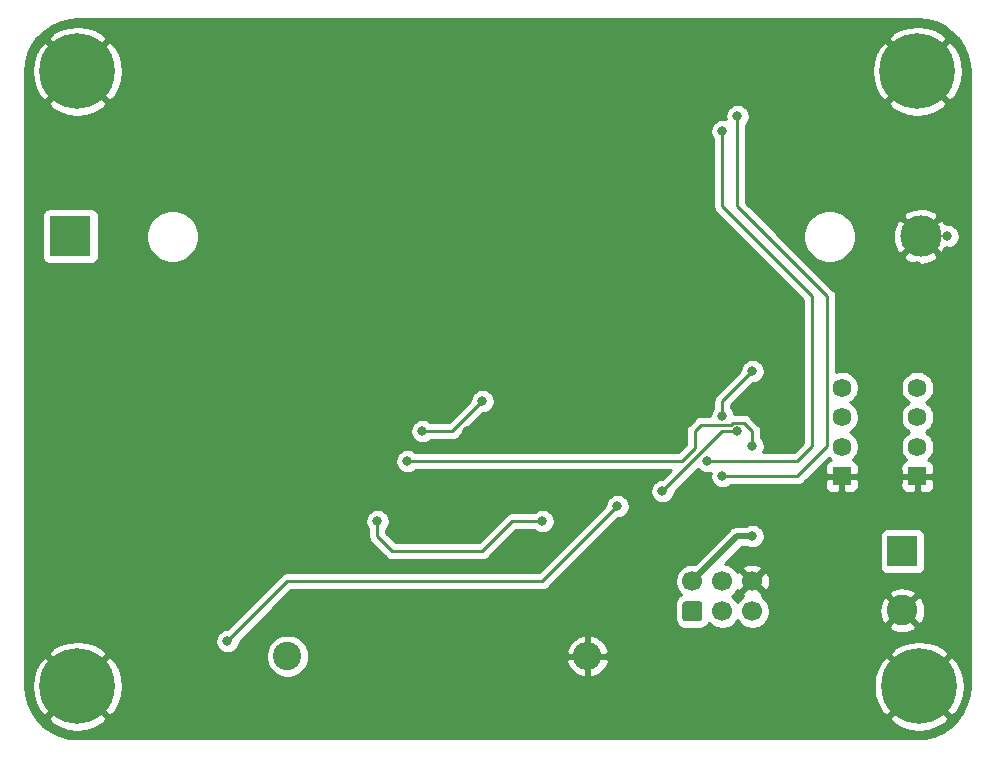
<source format=gbr>
%TF.GenerationSoftware,KiCad,Pcbnew,(5.1.8-0-10_14)*%
%TF.CreationDate,2021-01-12T16:11:11+01:00*%
%TF.ProjectId,battery_checker,62617474-6572-4795-9f63-6865636b6572,rev?*%
%TF.SameCoordinates,Original*%
%TF.FileFunction,Copper,L2,Bot*%
%TF.FilePolarity,Positive*%
%FSLAX46Y46*%
G04 Gerber Fmt 4.6, Leading zero omitted, Abs format (unit mm)*
G04 Created by KiCad (PCBNEW (5.1.8-0-10_14)) date 2021-01-12 16:11:11*
%MOMM*%
%LPD*%
G01*
G04 APERTURE LIST*
%TA.AperFunction,ComponentPad*%
%ADD10C,3.500000*%
%TD*%
%TA.AperFunction,ComponentPad*%
%ADD11R,3.500000X3.500000*%
%TD*%
%TA.AperFunction,ComponentPad*%
%ADD12R,1.590000X1.590000*%
%TD*%
%TA.AperFunction,ComponentPad*%
%ADD13C,1.590000*%
%TD*%
%TA.AperFunction,ComponentPad*%
%ADD14C,2.400000*%
%TD*%
%TA.AperFunction,ComponentPad*%
%ADD15O,2.400000X2.400000*%
%TD*%
%TA.AperFunction,ComponentPad*%
%ADD16R,2.600000X2.600000*%
%TD*%
%TA.AperFunction,ComponentPad*%
%ADD17C,2.600000*%
%TD*%
%TA.AperFunction,ComponentPad*%
%ADD18C,0.800000*%
%TD*%
%TA.AperFunction,ComponentPad*%
%ADD19C,6.400000*%
%TD*%
%TA.AperFunction,ComponentPad*%
%ADD20C,1.700000*%
%TD*%
%TA.AperFunction,ViaPad*%
%ADD21C,0.800000*%
%TD*%
%TA.AperFunction,Conductor*%
%ADD22C,0.250000*%
%TD*%
%TA.AperFunction,Conductor*%
%ADD23C,0.500000*%
%TD*%
%TA.AperFunction,Conductor*%
%ADD24C,0.254000*%
%TD*%
%TA.AperFunction,Conductor*%
%ADD25C,0.100000*%
%TD*%
G04 APERTURE END LIST*
D10*
%TO.P,BT1,2*%
%TO.N,GND*%
X179365001Y-82550000D03*
D11*
%TO.P,BT1,1*%
%TO.N,v_sens*%
X107365001Y-82550000D03*
%TD*%
D12*
%TO.P,J1,1*%
%TO.N,GND*%
X172665001Y-102870000D03*
D13*
%TO.P,J1,2*%
%TO.N,Net-(J1-Pad2)*%
X172665001Y-100370000D03*
%TO.P,J1,3*%
%TO.N,SDA*%
X172665001Y-97870000D03*
%TO.P,J1,4*%
%TO.N,SCL*%
X172665001Y-95370000D03*
%TD*%
%TO.P,J2,4*%
%TO.N,SCL*%
X179070000Y-95370000D03*
%TO.P,J2,3*%
%TO.N,SDA*%
X179070000Y-97870000D03*
%TO.P,J2,2*%
%TO.N,Net-(J1-Pad2)*%
X179070000Y-100370000D03*
D12*
%TO.P,J2,1*%
%TO.N,GND*%
X179070000Y-102870000D03*
%TD*%
D14*
%TO.P,R2,1*%
%TO.N,Net-(Q1-Pad3)*%
X125730000Y-118110000D03*
D15*
%TO.P,R2,2*%
%TO.N,GND*%
X151130000Y-118110000D03*
%TD*%
D16*
%TO.P,J3,1*%
%TO.N,+5V*%
X177800000Y-109220000D03*
D17*
%TO.P,J3,2*%
%TO.N,GND*%
X177800000Y-114220000D03*
%TD*%
D18*
%TO.P,H1,1*%
%TO.N,GND*%
X109647056Y-66882944D03*
X107950000Y-66180000D03*
X106252944Y-66882944D03*
X105550000Y-68580000D03*
X106252944Y-70277056D03*
X107950000Y-70980000D03*
X109647056Y-70277056D03*
X110350000Y-68580000D03*
D19*
X107950000Y-68580000D03*
%TD*%
%TO.P,H2,1*%
%TO.N,GND*%
X179070000Y-68580000D03*
D18*
X181470000Y-68580000D03*
X180767056Y-70277056D03*
X179070000Y-70980000D03*
X177372944Y-70277056D03*
X176670000Y-68580000D03*
X177372944Y-66882944D03*
X179070000Y-66180000D03*
X180767056Y-66882944D03*
%TD*%
%TO.P,H3,1*%
%TO.N,GND*%
X180907056Y-118952944D03*
X179210000Y-118250000D03*
X177512944Y-118952944D03*
X176810000Y-120650000D03*
X177512944Y-122347056D03*
X179210000Y-123050000D03*
X180907056Y-122347056D03*
X181610000Y-120650000D03*
D19*
X179210000Y-120650000D03*
%TD*%
%TO.P,H4,1*%
%TO.N,GND*%
X107950000Y-120650000D03*
D18*
X110350000Y-120650000D03*
X109647056Y-122347056D03*
X107950000Y-123050000D03*
X106252944Y-122347056D03*
X105550000Y-120650000D03*
X106252944Y-118952944D03*
X107950000Y-118250000D03*
X109647056Y-118952944D03*
%TD*%
%TO.P,J4,1*%
%TO.N,MISO*%
%TA.AperFunction,ComponentPad*%
G36*
G01*
X160620000Y-115150000D02*
X159420000Y-115150000D01*
G75*
G02*
X159170000Y-114900000I0J250000D01*
G01*
X159170000Y-113700000D01*
G75*
G02*
X159420000Y-113450000I250000J0D01*
G01*
X160620000Y-113450000D01*
G75*
G02*
X160870000Y-113700000I0J-250000D01*
G01*
X160870000Y-114900000D01*
G75*
G02*
X160620000Y-115150000I-250000J0D01*
G01*
G37*
%TD.AperFunction*%
D20*
%TO.P,J4,3*%
%TO.N,SCK*%
X162560000Y-114300000D03*
%TO.P,J4,5*%
%TO.N,RST*%
X165100000Y-114300000D03*
%TO.P,J4,2*%
%TO.N,+5V*%
X160020000Y-111760000D03*
%TO.P,J4,4*%
%TO.N,MOSI*%
X162560000Y-111760000D03*
%TO.P,J4,6*%
%TO.N,GND*%
X165100000Y-111760000D03*
%TD*%
D21*
%TO.N,*%
X181610000Y-82550000D03*
%TO.N,GND*%
X158750000Y-95250000D03*
X160020000Y-92710000D03*
X163830000Y-92710000D03*
X175260000Y-93980000D03*
X181610000Y-93980000D03*
X181610000Y-99060000D03*
X181610000Y-102870000D03*
X175260000Y-104140000D03*
X168910000Y-104140000D03*
X130810000Y-97790000D03*
X127000000Y-107950000D03*
X130810000Y-110490000D03*
X125730000Y-110490000D03*
X123190000Y-107950000D03*
X132080000Y-109220000D03*
X133350000Y-104140000D03*
X129540000Y-115570000D03*
X129540000Y-116840000D03*
X129540000Y-118110000D03*
X129540000Y-119380000D03*
X129540000Y-120650000D03*
X130810000Y-120650000D03*
X130810000Y-119380000D03*
X130810000Y-118110000D03*
X130810000Y-116840000D03*
X130810000Y-115570000D03*
X132080000Y-115570000D03*
X132080000Y-116840000D03*
X132080000Y-118110000D03*
X132080000Y-119380000D03*
X132080000Y-119380000D03*
X132080000Y-120650000D03*
X133350000Y-120650000D03*
X133350000Y-119380000D03*
X133350000Y-118110000D03*
X133350000Y-116840000D03*
X133350000Y-115570000D03*
X134620000Y-115570000D03*
X135890000Y-115570000D03*
X135890000Y-116840000D03*
X134620000Y-116840000D03*
X134620000Y-118110000D03*
X135890000Y-118110000D03*
X135890000Y-119380000D03*
X134620000Y-119380000D03*
X134620000Y-120650000D03*
X135890000Y-120650000D03*
X137160000Y-119380000D03*
X142240000Y-120650000D03*
X143510000Y-118110000D03*
X139700000Y-119380000D03*
X137160000Y-116840000D03*
X139700000Y-120650000D03*
X143510000Y-116840000D03*
X138430000Y-118110000D03*
X138430000Y-116840000D03*
X140970000Y-116840000D03*
X137160000Y-120650000D03*
X143510000Y-115570000D03*
X139700000Y-119380000D03*
X139700000Y-115570000D03*
X142240000Y-118110000D03*
X139700000Y-116840000D03*
X138430000Y-120650000D03*
X140970000Y-118110000D03*
X142240000Y-119380000D03*
X138430000Y-119380000D03*
X139700000Y-118110000D03*
X142240000Y-115570000D03*
X140970000Y-120650000D03*
X143510000Y-119380000D03*
X138430000Y-115570000D03*
X140970000Y-115570000D03*
X140970000Y-119380000D03*
X142240000Y-116840000D03*
X137160000Y-115570000D03*
X137160000Y-118110000D03*
X143510000Y-120650000D03*
X144780000Y-115570000D03*
X146050000Y-115570000D03*
X147320000Y-115570000D03*
X147320000Y-116840000D03*
X146050000Y-116840000D03*
X144780000Y-116840000D03*
X144780000Y-118110000D03*
X144780000Y-119380000D03*
X144780000Y-120650000D03*
X146050000Y-120650000D03*
X146050000Y-119380000D03*
X146050000Y-118110000D03*
X147320000Y-118110000D03*
X147320000Y-119380000D03*
X147320000Y-120650000D03*
X148590000Y-120650000D03*
X148590000Y-119380000D03*
X148590000Y-118110000D03*
X148590000Y-116840000D03*
X148590000Y-115570000D03*
X128270000Y-114300000D03*
X128270000Y-115570000D03*
X128270000Y-116840000D03*
X128270000Y-118110000D03*
X128270000Y-119380000D03*
X128270000Y-120650000D03*
X128270000Y-121920000D03*
X129540000Y-121920000D03*
X130810000Y-121920000D03*
X132080000Y-121920000D03*
X133350000Y-121920000D03*
X134620000Y-121920000D03*
X135890000Y-121920000D03*
X137160000Y-121920000D03*
X138430000Y-121920000D03*
X139700000Y-121920000D03*
X140970000Y-121920000D03*
X142240000Y-121920000D03*
X143510000Y-121920000D03*
X144780000Y-121920000D03*
X146050000Y-121920000D03*
X147320000Y-121920000D03*
X148590000Y-121920000D03*
X148590000Y-114300000D03*
X147320000Y-114300000D03*
X146050000Y-114300000D03*
X144780000Y-114300000D03*
X143510000Y-114300000D03*
X142240000Y-114300000D03*
X140970000Y-114300000D03*
X139700000Y-114300000D03*
X138430000Y-114300000D03*
X137160000Y-114300000D03*
X134620000Y-114300000D03*
X135890000Y-114300000D03*
X133350000Y-114300000D03*
X132080000Y-114300000D03*
X130810000Y-114300000D03*
X129540000Y-114300000D03*
X116840000Y-102870000D03*
X119380000Y-102870000D03*
X118110000Y-102870000D03*
X120650000Y-102870000D03*
X121920000Y-102870000D03*
X123190000Y-102870000D03*
X124460000Y-102870000D03*
X125730000Y-102870000D03*
X125730000Y-106680000D03*
X123190000Y-106680000D03*
X123190000Y-106680000D03*
X121920000Y-106680000D03*
X120650000Y-106680000D03*
X124460000Y-106680000D03*
X127000000Y-106680000D03*
X128270000Y-106680000D03*
X128270000Y-105410000D03*
X115570000Y-101600000D03*
X116840000Y-101600000D03*
X118110000Y-101600000D03*
X119380000Y-101600000D03*
X119380000Y-99060000D03*
X116840000Y-99060000D03*
X116840000Y-97790000D03*
X119380000Y-97790000D03*
X119380000Y-96520000D03*
X116840000Y-96520000D03*
X176530000Y-80010000D03*
X176530000Y-81280000D03*
X176530000Y-82550000D03*
X176530000Y-83820000D03*
X176530000Y-85090000D03*
X181610000Y-85090000D03*
X181610000Y-83820000D03*
X181610000Y-81280000D03*
X181610000Y-80010000D03*
X180340000Y-80010000D03*
X179070000Y-80010000D03*
X179070000Y-80010000D03*
X177800000Y-80010000D03*
X177800000Y-85090000D03*
X179070000Y-85090000D03*
X180340000Y-85090000D03*
X144780000Y-109220000D03*
X144780000Y-110490000D03*
X146050000Y-110490000D03*
X146050000Y-109220000D03*
X143510000Y-110490000D03*
X144780000Y-104140000D03*
X142240000Y-100330000D03*
X142240000Y-99060000D03*
X140970000Y-99060000D03*
X140970000Y-93980000D03*
X143510000Y-93980000D03*
X142240000Y-95250000D03*
X142240000Y-92710000D03*
X151130000Y-93980000D03*
X144780000Y-96520000D03*
X147320000Y-93980000D03*
X157480000Y-93980000D03*
X151130000Y-97790000D03*
X149860000Y-99060000D03*
X156210000Y-97790000D03*
X154940000Y-97790000D03*
X152400000Y-100330000D03*
X153670000Y-100330000D03*
X154940000Y-100330000D03*
X156210000Y-100330000D03*
X162560000Y-93980000D03*
X167640000Y-106680000D03*
X175260000Y-99060000D03*
X177800000Y-99060000D03*
X177800000Y-96520000D03*
X175260000Y-96520000D03*
X179070000Y-92710000D03*
X180340000Y-105410000D03*
X182880000Y-105410000D03*
X181610000Y-107950000D03*
X182880000Y-113030000D03*
X182880000Y-114300000D03*
X182880000Y-115570000D03*
X182880000Y-115570000D03*
X181610000Y-110490000D03*
X181610000Y-115570000D03*
X181610000Y-113030000D03*
X181610000Y-114300000D03*
X180340000Y-113030000D03*
X180340000Y-114300000D03*
X180340000Y-115570000D03*
X180340000Y-109220000D03*
X181610000Y-109220000D03*
X182880000Y-109220000D03*
X151130000Y-64770000D03*
X156210000Y-64770000D03*
X161290000Y-64770000D03*
X156210000Y-69850000D03*
X161290000Y-69850000D03*
X151130000Y-69850000D03*
X173990000Y-92710000D03*
X157480000Y-113030000D03*
%TO.N,v_sens*%
X165100000Y-100330000D03*
X135890000Y-101600000D03*
%TO.N,Net-(C5-Pad1)*%
X147320000Y-106680000D03*
X133350000Y-106680000D03*
%TO.N,+5V*%
X162560000Y-97790000D03*
X165100000Y-93980000D03*
X165100000Y-107950000D03*
%TO.N,CHRG_enable*%
X142240000Y-96520000D03*
X137160000Y-99060000D03*
%TO.N,RST*%
X157480000Y-104140000D03*
X163830000Y-99060000D03*
%TO.N,LED_STATUS*%
X153670000Y-105410000D03*
X120650000Y-116840000D03*
%TO.N,RX*%
X162560000Y-102870000D03*
X163830000Y-72390000D03*
%TO.N,TX*%
X161290000Y-101600000D03*
X162560000Y-73660000D03*
%TD*%
D22*
%TO.N,v_sens*%
X135890000Y-101600000D02*
X159127000Y-101600000D01*
X165100000Y-99060000D02*
X165100000Y-100330000D01*
X164374999Y-98334999D02*
X165100000Y-99060000D01*
X163481999Y-98334999D02*
X164374999Y-98334999D01*
X163301997Y-98515001D02*
X163481999Y-98334999D01*
X160761997Y-98515001D02*
X163301997Y-98515001D01*
X160208500Y-100518500D02*
X160208500Y-99068498D01*
X160208500Y-99068498D02*
X160761997Y-98515001D01*
X159127000Y-101600000D02*
X160208500Y-100518500D01*
%TO.N,Net-(C5-Pad1)*%
X147320000Y-106680000D02*
X144780000Y-106680000D01*
X144780000Y-106680000D02*
X142240000Y-109220000D01*
X142240000Y-109220000D02*
X134620000Y-109220000D01*
X134620000Y-109220000D02*
X133350000Y-107950000D01*
X133350000Y-107950000D02*
X133350000Y-106680000D01*
X133350000Y-106680000D02*
X133350000Y-106680000D01*
%TO.N,+5V*%
X162560000Y-97790000D02*
X162560000Y-96520000D01*
X162560000Y-96520000D02*
X165100000Y-93980000D01*
X165100000Y-93980000D02*
X165100000Y-93980000D01*
D23*
X160020000Y-111760000D02*
X163830000Y-107950000D01*
X163830000Y-107950000D02*
X165100000Y-107950000D01*
X165100000Y-107950000D02*
X165100000Y-107950000D01*
D22*
%TO.N,CHRG_enable*%
X137160000Y-99060000D02*
X139700000Y-99060000D01*
X139700000Y-99060000D02*
X142240000Y-96520000D01*
%TO.N,RST*%
X162560000Y-99060000D02*
X157480000Y-104140000D01*
X163830000Y-99060000D02*
X162560000Y-99060000D01*
%TO.N,LED_STATUS*%
X153670000Y-105410000D02*
X147320000Y-111760000D01*
X147320000Y-111760000D02*
X125730000Y-111760000D01*
X125730000Y-111760000D02*
X120650000Y-116840000D01*
X120650000Y-116840000D02*
X120650000Y-116840000D01*
%TO.N,RX*%
X162560000Y-102870000D02*
X168910000Y-102870000D01*
X168910000Y-102870000D02*
X171450000Y-100330000D01*
X171450000Y-100330000D02*
X171450000Y-87630000D01*
X171450000Y-87630000D02*
X166370000Y-82550000D01*
X166370000Y-82550000D02*
X163830000Y-80010000D01*
X163830000Y-80010000D02*
X163830000Y-72390000D01*
X163830000Y-72390000D02*
X163830000Y-72390000D01*
%TO.N,TX*%
X161290000Y-101600000D02*
X168910000Y-101600000D01*
X168910000Y-101600000D02*
X170180000Y-100330000D01*
X170180000Y-100330000D02*
X170180000Y-88900000D01*
X170180000Y-88900000D02*
X170180000Y-87630000D01*
X170180000Y-87630000D02*
X163830000Y-81280000D01*
X163830000Y-81280000D02*
X162560000Y-80010000D01*
X162560000Y-80010000D02*
X162560000Y-73660000D01*
X162560000Y-73660000D02*
X162560000Y-73660000D01*
%TD*%
D24*
%TO.N,GND*%
X179852249Y-64232437D02*
X180609774Y-64439672D01*
X181318625Y-64777777D01*
X181956404Y-65236067D01*
X182502946Y-65800055D01*
X182940977Y-66451913D01*
X183256651Y-67171038D01*
X183441206Y-67939768D01*
X183490000Y-68604207D01*
X183490001Y-120620597D01*
X183417563Y-121432249D01*
X183210328Y-122189774D01*
X182872221Y-122898627D01*
X182413928Y-123536410D01*
X181849945Y-124082946D01*
X181198085Y-124520978D01*
X180478963Y-124836651D01*
X179710232Y-125021206D01*
X179045792Y-125070000D01*
X107979392Y-125070000D01*
X107167751Y-124997563D01*
X106410226Y-124790328D01*
X105701373Y-124452221D01*
X105063590Y-123993928D01*
X104517054Y-123429945D01*
X104463926Y-123350881D01*
X105428724Y-123350881D01*
X105788912Y-123840548D01*
X106452882Y-124200849D01*
X107174385Y-124424694D01*
X107925695Y-124503480D01*
X108677938Y-124434178D01*
X109402208Y-124219452D01*
X110070670Y-123867555D01*
X110111088Y-123840548D01*
X110471276Y-123350881D01*
X176688724Y-123350881D01*
X177048912Y-123840548D01*
X177712882Y-124200849D01*
X178434385Y-124424694D01*
X179185695Y-124503480D01*
X179937938Y-124434178D01*
X180662208Y-124219452D01*
X181330670Y-123867555D01*
X181371088Y-123840548D01*
X181731276Y-123350881D01*
X179210000Y-120829605D01*
X176688724Y-123350881D01*
X110471276Y-123350881D01*
X107950000Y-120829605D01*
X105428724Y-123350881D01*
X104463926Y-123350881D01*
X104079022Y-122778085D01*
X103763349Y-122058963D01*
X103578794Y-121290232D01*
X103530000Y-120625792D01*
X103530000Y-120625695D01*
X104096520Y-120625695D01*
X104165822Y-121377938D01*
X104380548Y-122102208D01*
X104732445Y-122770670D01*
X104759452Y-122811088D01*
X105249119Y-123171276D01*
X107770395Y-120650000D01*
X108129605Y-120650000D01*
X110650881Y-123171276D01*
X111140548Y-122811088D01*
X111500849Y-122147118D01*
X111724694Y-121425615D01*
X111803480Y-120674305D01*
X111799002Y-120625695D01*
X175356520Y-120625695D01*
X175425822Y-121377938D01*
X175640548Y-122102208D01*
X175992445Y-122770670D01*
X176019452Y-122811088D01*
X176509119Y-123171276D01*
X179030395Y-120650000D01*
X179389605Y-120650000D01*
X181910881Y-123171276D01*
X182400548Y-122811088D01*
X182760849Y-122147118D01*
X182984694Y-121425615D01*
X183063480Y-120674305D01*
X182994178Y-119922062D01*
X182779452Y-119197792D01*
X182427555Y-118529330D01*
X182400548Y-118488912D01*
X181910881Y-118128724D01*
X179389605Y-120650000D01*
X179030395Y-120650000D01*
X176509119Y-118128724D01*
X176019452Y-118488912D01*
X175659151Y-119152882D01*
X175435306Y-119874385D01*
X175356520Y-120625695D01*
X111799002Y-120625695D01*
X111734178Y-119922062D01*
X111519452Y-119197792D01*
X111167555Y-118529330D01*
X111140548Y-118488912D01*
X110650881Y-118128724D01*
X108129605Y-120650000D01*
X107770395Y-120650000D01*
X105249119Y-118128724D01*
X104759452Y-118488912D01*
X104399151Y-119152882D01*
X104175306Y-119874385D01*
X104096520Y-120625695D01*
X103530000Y-120625695D01*
X103530000Y-117949119D01*
X105428724Y-117949119D01*
X107950000Y-120470395D01*
X110471276Y-117949119D01*
X110456675Y-117929268D01*
X123895000Y-117929268D01*
X123895000Y-118290732D01*
X123965518Y-118645250D01*
X124103844Y-118979199D01*
X124304662Y-119279744D01*
X124560256Y-119535338D01*
X124860801Y-119736156D01*
X125194750Y-119874482D01*
X125549268Y-119945000D01*
X125910732Y-119945000D01*
X126265250Y-119874482D01*
X126599199Y-119736156D01*
X126899744Y-119535338D01*
X127155338Y-119279744D01*
X127356156Y-118979199D01*
X127494482Y-118645250D01*
X127519036Y-118521805D01*
X149341805Y-118521805D01*
X149414379Y-118761066D01*
X149574361Y-119083257D01*
X149794125Y-119368046D01*
X150065226Y-119604489D01*
X150377246Y-119783500D01*
X150718194Y-119898199D01*
X151003000Y-119781854D01*
X151003000Y-118237000D01*
X151257000Y-118237000D01*
X151257000Y-119781854D01*
X151541806Y-119898199D01*
X151882754Y-119783500D01*
X152194774Y-119604489D01*
X152465875Y-119368046D01*
X152685639Y-119083257D01*
X152845621Y-118761066D01*
X152918195Y-118521805D01*
X152801432Y-118237000D01*
X151257000Y-118237000D01*
X151003000Y-118237000D01*
X149458568Y-118237000D01*
X149341805Y-118521805D01*
X127519036Y-118521805D01*
X127565000Y-118290732D01*
X127565000Y-117929268D01*
X127519037Y-117698195D01*
X149341805Y-117698195D01*
X149458568Y-117983000D01*
X151003000Y-117983000D01*
X151003000Y-116438146D01*
X151257000Y-116438146D01*
X151257000Y-117983000D01*
X152801432Y-117983000D01*
X152815322Y-117949119D01*
X176688724Y-117949119D01*
X179210000Y-120470395D01*
X181731276Y-117949119D01*
X181371088Y-117459452D01*
X180707118Y-117099151D01*
X179985615Y-116875306D01*
X179234305Y-116796520D01*
X178482062Y-116865822D01*
X177757792Y-117080548D01*
X177089330Y-117432445D01*
X177048912Y-117459452D01*
X176688724Y-117949119D01*
X152815322Y-117949119D01*
X152918195Y-117698195D01*
X152845621Y-117458934D01*
X152685639Y-117136743D01*
X152465875Y-116851954D01*
X152194774Y-116615511D01*
X151882754Y-116436500D01*
X151541806Y-116321801D01*
X151257000Y-116438146D01*
X151003000Y-116438146D01*
X150718194Y-116321801D01*
X150377246Y-116436500D01*
X150065226Y-116615511D01*
X149794125Y-116851954D01*
X149574361Y-117136743D01*
X149414379Y-117458934D01*
X149341805Y-117698195D01*
X127519037Y-117698195D01*
X127494482Y-117574750D01*
X127356156Y-117240801D01*
X127155338Y-116940256D01*
X126899744Y-116684662D01*
X126599199Y-116483844D01*
X126265250Y-116345518D01*
X125910732Y-116275000D01*
X125549268Y-116275000D01*
X125194750Y-116345518D01*
X124860801Y-116483844D01*
X124560256Y-116684662D01*
X124304662Y-116940256D01*
X124103844Y-117240801D01*
X123965518Y-117574750D01*
X123895000Y-117929268D01*
X110456675Y-117929268D01*
X110111088Y-117459452D01*
X109447118Y-117099151D01*
X108725615Y-116875306D01*
X107974305Y-116796520D01*
X107222062Y-116865822D01*
X106497792Y-117080548D01*
X105829330Y-117432445D01*
X105788912Y-117459452D01*
X105428724Y-117949119D01*
X103530000Y-117949119D01*
X103530000Y-116738061D01*
X119615000Y-116738061D01*
X119615000Y-116941939D01*
X119654774Y-117141898D01*
X119732795Y-117330256D01*
X119846063Y-117499774D01*
X119990226Y-117643937D01*
X120159744Y-117757205D01*
X120348102Y-117835226D01*
X120548061Y-117875000D01*
X120751939Y-117875000D01*
X120951898Y-117835226D01*
X121140256Y-117757205D01*
X121309774Y-117643937D01*
X121453937Y-117499774D01*
X121567205Y-117330256D01*
X121645226Y-117141898D01*
X121685000Y-116941939D01*
X121685000Y-116879801D01*
X124864801Y-113700000D01*
X158531928Y-113700000D01*
X158531928Y-114900000D01*
X158548992Y-115073254D01*
X158599528Y-115239850D01*
X158681595Y-115393386D01*
X158792038Y-115527962D01*
X158926614Y-115638405D01*
X159080150Y-115720472D01*
X159246746Y-115771008D01*
X159420000Y-115788072D01*
X160620000Y-115788072D01*
X160793254Y-115771008D01*
X160959850Y-115720472D01*
X161113386Y-115638405D01*
X161247962Y-115527962D01*
X161358405Y-115393386D01*
X161426285Y-115266392D01*
X161613368Y-115453475D01*
X161856589Y-115615990D01*
X162126842Y-115727932D01*
X162413740Y-115785000D01*
X162706260Y-115785000D01*
X162993158Y-115727932D01*
X163263411Y-115615990D01*
X163506632Y-115453475D01*
X163713475Y-115246632D01*
X163830000Y-115072240D01*
X163946525Y-115246632D01*
X164153368Y-115453475D01*
X164396589Y-115615990D01*
X164666842Y-115727932D01*
X164953740Y-115785000D01*
X165246260Y-115785000D01*
X165533158Y-115727932D01*
X165803411Y-115615990D01*
X165873401Y-115569224D01*
X176630381Y-115569224D01*
X176762317Y-115864312D01*
X177103045Y-116035159D01*
X177470557Y-116136250D01*
X177850729Y-116163701D01*
X178228951Y-116116457D01*
X178590690Y-115996333D01*
X178837683Y-115864312D01*
X178969619Y-115569224D01*
X177800000Y-114399605D01*
X176630381Y-115569224D01*
X165873401Y-115569224D01*
X166046632Y-115453475D01*
X166253475Y-115246632D01*
X166415990Y-115003411D01*
X166527932Y-114733158D01*
X166585000Y-114446260D01*
X166585000Y-114270729D01*
X175856299Y-114270729D01*
X175903543Y-114648951D01*
X176023667Y-115010690D01*
X176155688Y-115257683D01*
X176450776Y-115389619D01*
X177620395Y-114220000D01*
X177979605Y-114220000D01*
X179149224Y-115389619D01*
X179444312Y-115257683D01*
X179615159Y-114916955D01*
X179716250Y-114549443D01*
X179743701Y-114169271D01*
X179696457Y-113791049D01*
X179576333Y-113429310D01*
X179444312Y-113182317D01*
X179149224Y-113050381D01*
X177979605Y-114220000D01*
X177620395Y-114220000D01*
X176450776Y-113050381D01*
X176155688Y-113182317D01*
X175984841Y-113523045D01*
X175883750Y-113890557D01*
X175856299Y-114270729D01*
X166585000Y-114270729D01*
X166585000Y-114153740D01*
X166527932Y-113866842D01*
X166415990Y-113596589D01*
X166253475Y-113353368D01*
X166046632Y-113146525D01*
X165873271Y-113030689D01*
X165923114Y-112870776D01*
X176630381Y-112870776D01*
X177800000Y-114040395D01*
X178969619Y-112870776D01*
X178837683Y-112575688D01*
X178496955Y-112404841D01*
X178129443Y-112303750D01*
X177749271Y-112276299D01*
X177371049Y-112323543D01*
X177009310Y-112443667D01*
X176762317Y-112575688D01*
X176630381Y-112870776D01*
X165923114Y-112870776D01*
X165948792Y-112788397D01*
X165100000Y-111939605D01*
X164251208Y-112788397D01*
X164326729Y-113030689D01*
X164153368Y-113146525D01*
X163946525Y-113353368D01*
X163830000Y-113527760D01*
X163713475Y-113353368D01*
X163506632Y-113146525D01*
X163332240Y-113030000D01*
X163506632Y-112913475D01*
X163713475Y-112706632D01*
X163829311Y-112533271D01*
X164071603Y-112608792D01*
X164920395Y-111760000D01*
X165279605Y-111760000D01*
X166128397Y-112608792D01*
X166377472Y-112531157D01*
X166503371Y-112267117D01*
X166575339Y-111983589D01*
X166590611Y-111691469D01*
X166548599Y-111401981D01*
X166450919Y-111126253D01*
X166377472Y-110988843D01*
X166128397Y-110911208D01*
X165279605Y-111760000D01*
X164920395Y-111760000D01*
X164071603Y-110911208D01*
X163829311Y-110986729D01*
X163713475Y-110813368D01*
X163631710Y-110731603D01*
X164251208Y-110731603D01*
X165100000Y-111580395D01*
X165948792Y-110731603D01*
X165871157Y-110482528D01*
X165607117Y-110356629D01*
X165323589Y-110284661D01*
X165031469Y-110269389D01*
X164741981Y-110311401D01*
X164466253Y-110409081D01*
X164328843Y-110482528D01*
X164251208Y-110731603D01*
X163631710Y-110731603D01*
X163506632Y-110606525D01*
X163263411Y-110444010D01*
X162993158Y-110332068D01*
X162748230Y-110283348D01*
X164196579Y-108835000D01*
X164561546Y-108835000D01*
X164609744Y-108867205D01*
X164798102Y-108945226D01*
X164998061Y-108985000D01*
X165201939Y-108985000D01*
X165401898Y-108945226D01*
X165590256Y-108867205D01*
X165759774Y-108753937D01*
X165903937Y-108609774D01*
X166017205Y-108440256D01*
X166095226Y-108251898D01*
X166135000Y-108051939D01*
X166135000Y-107920000D01*
X175861928Y-107920000D01*
X175861928Y-110520000D01*
X175874188Y-110644482D01*
X175910498Y-110764180D01*
X175969463Y-110874494D01*
X176048815Y-110971185D01*
X176145506Y-111050537D01*
X176255820Y-111109502D01*
X176375518Y-111145812D01*
X176500000Y-111158072D01*
X179100000Y-111158072D01*
X179224482Y-111145812D01*
X179344180Y-111109502D01*
X179454494Y-111050537D01*
X179551185Y-110971185D01*
X179630537Y-110874494D01*
X179689502Y-110764180D01*
X179725812Y-110644482D01*
X179738072Y-110520000D01*
X179738072Y-107920000D01*
X179725812Y-107795518D01*
X179689502Y-107675820D01*
X179630537Y-107565506D01*
X179551185Y-107468815D01*
X179454494Y-107389463D01*
X179344180Y-107330498D01*
X179224482Y-107294188D01*
X179100000Y-107281928D01*
X176500000Y-107281928D01*
X176375518Y-107294188D01*
X176255820Y-107330498D01*
X176145506Y-107389463D01*
X176048815Y-107468815D01*
X175969463Y-107565506D01*
X175910498Y-107675820D01*
X175874188Y-107795518D01*
X175861928Y-107920000D01*
X166135000Y-107920000D01*
X166135000Y-107848061D01*
X166095226Y-107648102D01*
X166017205Y-107459744D01*
X165903937Y-107290226D01*
X165759774Y-107146063D01*
X165590256Y-107032795D01*
X165401898Y-106954774D01*
X165201939Y-106915000D01*
X164998061Y-106915000D01*
X164798102Y-106954774D01*
X164609744Y-107032795D01*
X164561546Y-107065000D01*
X163873469Y-107065000D01*
X163830000Y-107060719D01*
X163786531Y-107065000D01*
X163786523Y-107065000D01*
X163656510Y-107077805D01*
X163489686Y-107128411D01*
X163335941Y-107210589D01*
X163234953Y-107293468D01*
X163234951Y-107293470D01*
X163201183Y-107321183D01*
X163173470Y-107354951D01*
X160238961Y-110289461D01*
X160166260Y-110275000D01*
X159873740Y-110275000D01*
X159586842Y-110332068D01*
X159316589Y-110444010D01*
X159073368Y-110606525D01*
X158866525Y-110813368D01*
X158704010Y-111056589D01*
X158592068Y-111326842D01*
X158535000Y-111613740D01*
X158535000Y-111906260D01*
X158592068Y-112193158D01*
X158704010Y-112463411D01*
X158866525Y-112706632D01*
X159053608Y-112893715D01*
X158926614Y-112961595D01*
X158792038Y-113072038D01*
X158681595Y-113206614D01*
X158599528Y-113360150D01*
X158548992Y-113526746D01*
X158531928Y-113700000D01*
X124864801Y-113700000D01*
X126044802Y-112520000D01*
X147282678Y-112520000D01*
X147320000Y-112523676D01*
X147357322Y-112520000D01*
X147357333Y-112520000D01*
X147468986Y-112509003D01*
X147612247Y-112465546D01*
X147744276Y-112394974D01*
X147860001Y-112300001D01*
X147883804Y-112270997D01*
X153709802Y-106445000D01*
X153771939Y-106445000D01*
X153971898Y-106405226D01*
X154160256Y-106327205D01*
X154329774Y-106213937D01*
X154473937Y-106069774D01*
X154587205Y-105900256D01*
X154665226Y-105711898D01*
X154705000Y-105511939D01*
X154705000Y-105308061D01*
X154665226Y-105108102D01*
X154587205Y-104919744D01*
X154473937Y-104750226D01*
X154329774Y-104606063D01*
X154160256Y-104492795D01*
X153971898Y-104414774D01*
X153771939Y-104375000D01*
X153568061Y-104375000D01*
X153368102Y-104414774D01*
X153179744Y-104492795D01*
X153010226Y-104606063D01*
X152866063Y-104750226D01*
X152752795Y-104919744D01*
X152674774Y-105108102D01*
X152635000Y-105308061D01*
X152635000Y-105370198D01*
X147005199Y-111000000D01*
X125767323Y-111000000D01*
X125730000Y-110996324D01*
X125692677Y-111000000D01*
X125692667Y-111000000D01*
X125581014Y-111010997D01*
X125450666Y-111050537D01*
X125437753Y-111054454D01*
X125305723Y-111125026D01*
X125222083Y-111193668D01*
X125189999Y-111219999D01*
X125166201Y-111248997D01*
X120610199Y-115805000D01*
X120548061Y-115805000D01*
X120348102Y-115844774D01*
X120159744Y-115922795D01*
X119990226Y-116036063D01*
X119846063Y-116180226D01*
X119732795Y-116349744D01*
X119654774Y-116538102D01*
X119615000Y-116738061D01*
X103530000Y-116738061D01*
X103530000Y-106578061D01*
X132315000Y-106578061D01*
X132315000Y-106781939D01*
X132354774Y-106981898D01*
X132432795Y-107170256D01*
X132546063Y-107339774D01*
X132590000Y-107383711D01*
X132590000Y-107912677D01*
X132586324Y-107950000D01*
X132590000Y-107987322D01*
X132590000Y-107987332D01*
X132600997Y-108098985D01*
X132644454Y-108242246D01*
X132715026Y-108374276D01*
X132754871Y-108422826D01*
X132809999Y-108490001D01*
X132839003Y-108513804D01*
X134056201Y-109731003D01*
X134079999Y-109760001D01*
X134195724Y-109854974D01*
X134327753Y-109925546D01*
X134471014Y-109969003D01*
X134582667Y-109980000D01*
X134582676Y-109980000D01*
X134619999Y-109983676D01*
X134657322Y-109980000D01*
X142202678Y-109980000D01*
X142240000Y-109983676D01*
X142277322Y-109980000D01*
X142277333Y-109980000D01*
X142388986Y-109969003D01*
X142532247Y-109925546D01*
X142664276Y-109854974D01*
X142780001Y-109760001D01*
X142803804Y-109730997D01*
X145094803Y-107440000D01*
X146616289Y-107440000D01*
X146660226Y-107483937D01*
X146829744Y-107597205D01*
X147018102Y-107675226D01*
X147218061Y-107715000D01*
X147421939Y-107715000D01*
X147621898Y-107675226D01*
X147810256Y-107597205D01*
X147979774Y-107483937D01*
X148123937Y-107339774D01*
X148237205Y-107170256D01*
X148315226Y-106981898D01*
X148355000Y-106781939D01*
X148355000Y-106578061D01*
X148315226Y-106378102D01*
X148237205Y-106189744D01*
X148123937Y-106020226D01*
X147979774Y-105876063D01*
X147810256Y-105762795D01*
X147621898Y-105684774D01*
X147421939Y-105645000D01*
X147218061Y-105645000D01*
X147018102Y-105684774D01*
X146829744Y-105762795D01*
X146660226Y-105876063D01*
X146616289Y-105920000D01*
X144817322Y-105920000D01*
X144779999Y-105916324D01*
X144742676Y-105920000D01*
X144742667Y-105920000D01*
X144631014Y-105930997D01*
X144487753Y-105974454D01*
X144355724Y-106045026D01*
X144355722Y-106045027D01*
X144355723Y-106045027D01*
X144268996Y-106116201D01*
X144268992Y-106116205D01*
X144239999Y-106139999D01*
X144216205Y-106168992D01*
X141925199Y-108460000D01*
X134934802Y-108460000D01*
X134110000Y-107635199D01*
X134110000Y-107383711D01*
X134153937Y-107339774D01*
X134267205Y-107170256D01*
X134345226Y-106981898D01*
X134385000Y-106781939D01*
X134385000Y-106578061D01*
X134345226Y-106378102D01*
X134267205Y-106189744D01*
X134153937Y-106020226D01*
X134009774Y-105876063D01*
X133840256Y-105762795D01*
X133651898Y-105684774D01*
X133451939Y-105645000D01*
X133248061Y-105645000D01*
X133048102Y-105684774D01*
X132859744Y-105762795D01*
X132690226Y-105876063D01*
X132546063Y-106020226D01*
X132432795Y-106189744D01*
X132354774Y-106378102D01*
X132315000Y-106578061D01*
X103530000Y-106578061D01*
X103530000Y-101498061D01*
X134855000Y-101498061D01*
X134855000Y-101701939D01*
X134894774Y-101901898D01*
X134972795Y-102090256D01*
X135086063Y-102259774D01*
X135230226Y-102403937D01*
X135399744Y-102517205D01*
X135588102Y-102595226D01*
X135788061Y-102635000D01*
X135991939Y-102635000D01*
X136191898Y-102595226D01*
X136380256Y-102517205D01*
X136549774Y-102403937D01*
X136593711Y-102360000D01*
X158185199Y-102360000D01*
X157440199Y-103105000D01*
X157378061Y-103105000D01*
X157178102Y-103144774D01*
X156989744Y-103222795D01*
X156820226Y-103336063D01*
X156676063Y-103480226D01*
X156562795Y-103649744D01*
X156484774Y-103838102D01*
X156445000Y-104038061D01*
X156445000Y-104241939D01*
X156484774Y-104441898D01*
X156562795Y-104630256D01*
X156676063Y-104799774D01*
X156820226Y-104943937D01*
X156989744Y-105057205D01*
X157178102Y-105135226D01*
X157378061Y-105175000D01*
X157581939Y-105175000D01*
X157781898Y-105135226D01*
X157970256Y-105057205D01*
X158139774Y-104943937D01*
X158283937Y-104799774D01*
X158397205Y-104630256D01*
X158475226Y-104441898D01*
X158515000Y-104241939D01*
X158515000Y-104179801D01*
X160465621Y-102229180D01*
X160486063Y-102259774D01*
X160630226Y-102403937D01*
X160799744Y-102517205D01*
X160988102Y-102595226D01*
X161188061Y-102635000D01*
X161391939Y-102635000D01*
X161558039Y-102601961D01*
X161525000Y-102768061D01*
X161525000Y-102971939D01*
X161564774Y-103171898D01*
X161642795Y-103360256D01*
X161756063Y-103529774D01*
X161900226Y-103673937D01*
X162069744Y-103787205D01*
X162258102Y-103865226D01*
X162458061Y-103905000D01*
X162661939Y-103905000D01*
X162861898Y-103865226D01*
X163050256Y-103787205D01*
X163219774Y-103673937D01*
X163228711Y-103665000D01*
X171231929Y-103665000D01*
X171244189Y-103789482D01*
X171280499Y-103909180D01*
X171339464Y-104019494D01*
X171418816Y-104116185D01*
X171515507Y-104195537D01*
X171625821Y-104254502D01*
X171745519Y-104290812D01*
X171870001Y-104303072D01*
X172379251Y-104300000D01*
X172538001Y-104141250D01*
X172538001Y-102997000D01*
X172792001Y-102997000D01*
X172792001Y-104141250D01*
X172950751Y-104300000D01*
X173460001Y-104303072D01*
X173584483Y-104290812D01*
X173704181Y-104254502D01*
X173814495Y-104195537D01*
X173911186Y-104116185D01*
X173990538Y-104019494D01*
X174049503Y-103909180D01*
X174085813Y-103789482D01*
X174098073Y-103665000D01*
X177636928Y-103665000D01*
X177649188Y-103789482D01*
X177685498Y-103909180D01*
X177744463Y-104019494D01*
X177823815Y-104116185D01*
X177920506Y-104195537D01*
X178030820Y-104254502D01*
X178150518Y-104290812D01*
X178275000Y-104303072D01*
X178784250Y-104300000D01*
X178943000Y-104141250D01*
X178943000Y-102997000D01*
X179197000Y-102997000D01*
X179197000Y-104141250D01*
X179355750Y-104300000D01*
X179865000Y-104303072D01*
X179989482Y-104290812D01*
X180109180Y-104254502D01*
X180219494Y-104195537D01*
X180316185Y-104116185D01*
X180395537Y-104019494D01*
X180454502Y-103909180D01*
X180490812Y-103789482D01*
X180503072Y-103665000D01*
X180500000Y-103155750D01*
X180341250Y-102997000D01*
X179197000Y-102997000D01*
X178943000Y-102997000D01*
X177798750Y-102997000D01*
X177640000Y-103155750D01*
X177636928Y-103665000D01*
X174098073Y-103665000D01*
X174095001Y-103155750D01*
X173936251Y-102997000D01*
X172792001Y-102997000D01*
X172538001Y-102997000D01*
X171393751Y-102997000D01*
X171235001Y-103155750D01*
X171231929Y-103665000D01*
X163228711Y-103665000D01*
X163263711Y-103630000D01*
X168872678Y-103630000D01*
X168910000Y-103633676D01*
X168947322Y-103630000D01*
X168947333Y-103630000D01*
X169058986Y-103619003D01*
X169202247Y-103575546D01*
X169334276Y-103504974D01*
X169450001Y-103410001D01*
X169473804Y-103380997D01*
X171563739Y-101291063D01*
X171727370Y-101454694D01*
X171625821Y-101485498D01*
X171515507Y-101544463D01*
X171418816Y-101623815D01*
X171339464Y-101720506D01*
X171280499Y-101830820D01*
X171244189Y-101950518D01*
X171231929Y-102075000D01*
X171235001Y-102584250D01*
X171393751Y-102743000D01*
X172538001Y-102743000D01*
X172538001Y-102723000D01*
X172792001Y-102723000D01*
X172792001Y-102743000D01*
X173936251Y-102743000D01*
X174095001Y-102584250D01*
X174098073Y-102075000D01*
X177636928Y-102075000D01*
X177640000Y-102584250D01*
X177798750Y-102743000D01*
X178943000Y-102743000D01*
X178943000Y-102723000D01*
X179197000Y-102723000D01*
X179197000Y-102743000D01*
X180341250Y-102743000D01*
X180500000Y-102584250D01*
X180503072Y-102075000D01*
X180490812Y-101950518D01*
X180454502Y-101830820D01*
X180395537Y-101720506D01*
X180316185Y-101623815D01*
X180219494Y-101544463D01*
X180109180Y-101485498D01*
X180007631Y-101454694D01*
X180180753Y-101281572D01*
X180337249Y-101047359D01*
X180445046Y-100787116D01*
X180500000Y-100510843D01*
X180500000Y-100229157D01*
X180445046Y-99952884D01*
X180337249Y-99692641D01*
X180180753Y-99458428D01*
X179981572Y-99259247D01*
X179773174Y-99120000D01*
X179981572Y-98980753D01*
X180180753Y-98781572D01*
X180337249Y-98547359D01*
X180445046Y-98287116D01*
X180500000Y-98010843D01*
X180500000Y-97729157D01*
X180445046Y-97452884D01*
X180337249Y-97192641D01*
X180180753Y-96958428D01*
X179981572Y-96759247D01*
X179773174Y-96620000D01*
X179981572Y-96480753D01*
X180180753Y-96281572D01*
X180337249Y-96047359D01*
X180445046Y-95787116D01*
X180500000Y-95510843D01*
X180500000Y-95229157D01*
X180445046Y-94952884D01*
X180337249Y-94692641D01*
X180180753Y-94458428D01*
X179981572Y-94259247D01*
X179747359Y-94102751D01*
X179487116Y-93994954D01*
X179210843Y-93940000D01*
X178929157Y-93940000D01*
X178652884Y-93994954D01*
X178392641Y-94102751D01*
X178158428Y-94259247D01*
X177959247Y-94458428D01*
X177802751Y-94692641D01*
X177694954Y-94952884D01*
X177640000Y-95229157D01*
X177640000Y-95510843D01*
X177694954Y-95787116D01*
X177802751Y-96047359D01*
X177959247Y-96281572D01*
X178158428Y-96480753D01*
X178366826Y-96620000D01*
X178158428Y-96759247D01*
X177959247Y-96958428D01*
X177802751Y-97192641D01*
X177694954Y-97452884D01*
X177640000Y-97729157D01*
X177640000Y-98010843D01*
X177694954Y-98287116D01*
X177802751Y-98547359D01*
X177959247Y-98781572D01*
X178158428Y-98980753D01*
X178366826Y-99120000D01*
X178158428Y-99259247D01*
X177959247Y-99458428D01*
X177802751Y-99692641D01*
X177694954Y-99952884D01*
X177640000Y-100229157D01*
X177640000Y-100510843D01*
X177694954Y-100787116D01*
X177802751Y-101047359D01*
X177959247Y-101281572D01*
X178132369Y-101454694D01*
X178030820Y-101485498D01*
X177920506Y-101544463D01*
X177823815Y-101623815D01*
X177744463Y-101720506D01*
X177685498Y-101830820D01*
X177649188Y-101950518D01*
X177636928Y-102075000D01*
X174098073Y-102075000D01*
X174085813Y-101950518D01*
X174049503Y-101830820D01*
X173990538Y-101720506D01*
X173911186Y-101623815D01*
X173814495Y-101544463D01*
X173704181Y-101485498D01*
X173602632Y-101454694D01*
X173775754Y-101281572D01*
X173932250Y-101047359D01*
X174040047Y-100787116D01*
X174095001Y-100510843D01*
X174095001Y-100229157D01*
X174040047Y-99952884D01*
X173932250Y-99692641D01*
X173775754Y-99458428D01*
X173576573Y-99259247D01*
X173368175Y-99120000D01*
X173576573Y-98980753D01*
X173775754Y-98781572D01*
X173932250Y-98547359D01*
X174040047Y-98287116D01*
X174095001Y-98010843D01*
X174095001Y-97729157D01*
X174040047Y-97452884D01*
X173932250Y-97192641D01*
X173775754Y-96958428D01*
X173576573Y-96759247D01*
X173368175Y-96620000D01*
X173576573Y-96480753D01*
X173775754Y-96281572D01*
X173932250Y-96047359D01*
X174040047Y-95787116D01*
X174095001Y-95510843D01*
X174095001Y-95229157D01*
X174040047Y-94952884D01*
X173932250Y-94692641D01*
X173775754Y-94458428D01*
X173576573Y-94259247D01*
X173342360Y-94102751D01*
X173082117Y-93994954D01*
X172805844Y-93940000D01*
X172524158Y-93940000D01*
X172247885Y-93994954D01*
X172210000Y-94010647D01*
X172210000Y-87667323D01*
X172213676Y-87630000D01*
X172210000Y-87592677D01*
X172210000Y-87592667D01*
X172199003Y-87481014D01*
X172155546Y-87337753D01*
X172084974Y-87205723D01*
X172013799Y-87118997D01*
X171990001Y-87089999D01*
X171961003Y-87066201D01*
X167224674Y-82329872D01*
X169385001Y-82329872D01*
X169385001Y-82770128D01*
X169470891Y-83201925D01*
X169639370Y-83608669D01*
X169883963Y-83974729D01*
X170195272Y-84286038D01*
X170561332Y-84530631D01*
X170968076Y-84699110D01*
X171399873Y-84785000D01*
X171840129Y-84785000D01*
X172271926Y-84699110D01*
X172678670Y-84530631D01*
X173044730Y-84286038D01*
X173111159Y-84219609D01*
X177874998Y-84219609D01*
X178061074Y-84560766D01*
X178478410Y-84776513D01*
X178929816Y-84906696D01*
X179397947Y-84946313D01*
X179864812Y-84893842D01*
X180312469Y-84751297D01*
X180668928Y-84560766D01*
X180855004Y-84219609D01*
X179365001Y-82729605D01*
X177874998Y-84219609D01*
X173111159Y-84219609D01*
X173356039Y-83974729D01*
X173600632Y-83608669D01*
X173769111Y-83201925D01*
X173855001Y-82770128D01*
X173855001Y-82582946D01*
X176968688Y-82582946D01*
X177021159Y-83049811D01*
X177163704Y-83497468D01*
X177354235Y-83853927D01*
X177695392Y-84040003D01*
X179185396Y-82550000D01*
X179544606Y-82550000D01*
X181034610Y-84040003D01*
X181375767Y-83853927D01*
X181514792Y-83585000D01*
X181711939Y-83585000D01*
X181911898Y-83545226D01*
X182100256Y-83467205D01*
X182269774Y-83353937D01*
X182413937Y-83209774D01*
X182527205Y-83040256D01*
X182605226Y-82851898D01*
X182645000Y-82651939D01*
X182645000Y-82448061D01*
X182605226Y-82248102D01*
X182527205Y-82059744D01*
X182413937Y-81890226D01*
X182269774Y-81746063D01*
X182100256Y-81632795D01*
X181911898Y-81554774D01*
X181711939Y-81515000D01*
X181519511Y-81515000D01*
X181375767Y-81246073D01*
X181034610Y-81059997D01*
X179544606Y-82550000D01*
X179185396Y-82550000D01*
X177695392Y-81059997D01*
X177354235Y-81246073D01*
X177138488Y-81663409D01*
X177008305Y-82114815D01*
X176968688Y-82582946D01*
X173855001Y-82582946D01*
X173855001Y-82329872D01*
X173769111Y-81898075D01*
X173600632Y-81491331D01*
X173356039Y-81125271D01*
X173111159Y-80880391D01*
X177874998Y-80880391D01*
X179365001Y-82370395D01*
X180855004Y-80880391D01*
X180668928Y-80539234D01*
X180251592Y-80323487D01*
X179800186Y-80193304D01*
X179332055Y-80153687D01*
X178865190Y-80206158D01*
X178417533Y-80348703D01*
X178061074Y-80539234D01*
X177874998Y-80880391D01*
X173111159Y-80880391D01*
X173044730Y-80813962D01*
X172678670Y-80569369D01*
X172271926Y-80400890D01*
X171840129Y-80315000D01*
X171399873Y-80315000D01*
X170968076Y-80400890D01*
X170561332Y-80569369D01*
X170195272Y-80813962D01*
X169883963Y-81125271D01*
X169639370Y-81491331D01*
X169470891Y-81898075D01*
X169385001Y-82329872D01*
X167224674Y-82329872D01*
X166933808Y-82039007D01*
X166933799Y-82038996D01*
X164590000Y-79695199D01*
X164590000Y-73093711D01*
X164633937Y-73049774D01*
X164747205Y-72880256D01*
X164825226Y-72691898D01*
X164865000Y-72491939D01*
X164865000Y-72288061D01*
X164825226Y-72088102D01*
X164747205Y-71899744D01*
X164633937Y-71730226D01*
X164489774Y-71586063D01*
X164320256Y-71472795D01*
X164131898Y-71394774D01*
X163931939Y-71355000D01*
X163728061Y-71355000D01*
X163528102Y-71394774D01*
X163339744Y-71472795D01*
X163170226Y-71586063D01*
X163026063Y-71730226D01*
X162912795Y-71899744D01*
X162834774Y-72088102D01*
X162795000Y-72288061D01*
X162795000Y-72491939D01*
X162828039Y-72658039D01*
X162661939Y-72625000D01*
X162458061Y-72625000D01*
X162258102Y-72664774D01*
X162069744Y-72742795D01*
X161900226Y-72856063D01*
X161756063Y-73000226D01*
X161642795Y-73169744D01*
X161564774Y-73358102D01*
X161525000Y-73558061D01*
X161525000Y-73761939D01*
X161564774Y-73961898D01*
X161642795Y-74150256D01*
X161756063Y-74319774D01*
X161800001Y-74363712D01*
X161800000Y-79972677D01*
X161796324Y-80010000D01*
X161800000Y-80047322D01*
X161800000Y-80047332D01*
X161810997Y-80158985D01*
X161844510Y-80269463D01*
X161854454Y-80302246D01*
X161925026Y-80434276D01*
X161964871Y-80482826D01*
X162019999Y-80550001D01*
X162049003Y-80573804D01*
X163318997Y-81843799D01*
X163319003Y-81843804D01*
X169420001Y-87944803D01*
X169420000Y-88937332D01*
X169420001Y-88937342D01*
X169420000Y-100015198D01*
X168595199Y-100840000D01*
X166004013Y-100840000D01*
X166017205Y-100820256D01*
X166095226Y-100631898D01*
X166135000Y-100431939D01*
X166135000Y-100228061D01*
X166095226Y-100028102D01*
X166017205Y-99839744D01*
X165903937Y-99670226D01*
X165860000Y-99626289D01*
X165860000Y-99097322D01*
X165863676Y-99059999D01*
X165860000Y-99022676D01*
X165860000Y-99022667D01*
X165849003Y-98911014D01*
X165805546Y-98767753D01*
X165734974Y-98635724D01*
X165640001Y-98519999D01*
X165611003Y-98496201D01*
X164938802Y-97824001D01*
X164915000Y-97794998D01*
X164799275Y-97700025D01*
X164667246Y-97629453D01*
X164523985Y-97585996D01*
X164412332Y-97574999D01*
X164412321Y-97574999D01*
X164374999Y-97571323D01*
X164337677Y-97574999D01*
X163572511Y-97574999D01*
X163555226Y-97488102D01*
X163477205Y-97299744D01*
X163363937Y-97130226D01*
X163320000Y-97086289D01*
X163320000Y-96834801D01*
X165139803Y-95015000D01*
X165201939Y-95015000D01*
X165401898Y-94975226D01*
X165590256Y-94897205D01*
X165759774Y-94783937D01*
X165903937Y-94639774D01*
X166017205Y-94470256D01*
X166095226Y-94281898D01*
X166135000Y-94081939D01*
X166135000Y-93878061D01*
X166095226Y-93678102D01*
X166017205Y-93489744D01*
X165903937Y-93320226D01*
X165759774Y-93176063D01*
X165590256Y-93062795D01*
X165401898Y-92984774D01*
X165201939Y-92945000D01*
X164998061Y-92945000D01*
X164798102Y-92984774D01*
X164609744Y-93062795D01*
X164440226Y-93176063D01*
X164296063Y-93320226D01*
X164182795Y-93489744D01*
X164104774Y-93678102D01*
X164065000Y-93878061D01*
X164065000Y-93940197D01*
X162048998Y-95956201D01*
X162020000Y-95979999D01*
X161996202Y-96008997D01*
X161996201Y-96008998D01*
X161925026Y-96095724D01*
X161854454Y-96227754D01*
X161810998Y-96371015D01*
X161796324Y-96520000D01*
X161800001Y-96557332D01*
X161800001Y-97086288D01*
X161756063Y-97130226D01*
X161642795Y-97299744D01*
X161564774Y-97488102D01*
X161525000Y-97688061D01*
X161525000Y-97755001D01*
X160799320Y-97755001D01*
X160761997Y-97751325D01*
X160724674Y-97755001D01*
X160724664Y-97755001D01*
X160613011Y-97765998D01*
X160469750Y-97809455D01*
X160337720Y-97880027D01*
X160265880Y-97938985D01*
X160221996Y-97975000D01*
X160198197Y-98003999D01*
X159697498Y-98504699D01*
X159668500Y-98528497D01*
X159644702Y-98557495D01*
X159644701Y-98557496D01*
X159573526Y-98644222D01*
X159502954Y-98776252D01*
X159493552Y-98807248D01*
X159462076Y-98911015D01*
X159459498Y-98919513D01*
X159444824Y-99068498D01*
X159448501Y-99105830D01*
X159448500Y-100203698D01*
X158812199Y-100840000D01*
X136593711Y-100840000D01*
X136549774Y-100796063D01*
X136380256Y-100682795D01*
X136191898Y-100604774D01*
X135991939Y-100565000D01*
X135788061Y-100565000D01*
X135588102Y-100604774D01*
X135399744Y-100682795D01*
X135230226Y-100796063D01*
X135086063Y-100940226D01*
X134972795Y-101109744D01*
X134894774Y-101298102D01*
X134855000Y-101498061D01*
X103530000Y-101498061D01*
X103530000Y-98958061D01*
X136125000Y-98958061D01*
X136125000Y-99161939D01*
X136164774Y-99361898D01*
X136242795Y-99550256D01*
X136356063Y-99719774D01*
X136500226Y-99863937D01*
X136669744Y-99977205D01*
X136858102Y-100055226D01*
X137058061Y-100095000D01*
X137261939Y-100095000D01*
X137461898Y-100055226D01*
X137650256Y-99977205D01*
X137819774Y-99863937D01*
X137863711Y-99820000D01*
X139662678Y-99820000D01*
X139700000Y-99823676D01*
X139737322Y-99820000D01*
X139737333Y-99820000D01*
X139848986Y-99809003D01*
X139992247Y-99765546D01*
X140124276Y-99694974D01*
X140240001Y-99600001D01*
X140263804Y-99570997D01*
X142279803Y-97555000D01*
X142341939Y-97555000D01*
X142541898Y-97515226D01*
X142730256Y-97437205D01*
X142899774Y-97323937D01*
X143043937Y-97179774D01*
X143157205Y-97010256D01*
X143235226Y-96821898D01*
X143275000Y-96621939D01*
X143275000Y-96418061D01*
X143235226Y-96218102D01*
X143157205Y-96029744D01*
X143043937Y-95860226D01*
X142899774Y-95716063D01*
X142730256Y-95602795D01*
X142541898Y-95524774D01*
X142341939Y-95485000D01*
X142138061Y-95485000D01*
X141938102Y-95524774D01*
X141749744Y-95602795D01*
X141580226Y-95716063D01*
X141436063Y-95860226D01*
X141322795Y-96029744D01*
X141244774Y-96218102D01*
X141205000Y-96418061D01*
X141205000Y-96480197D01*
X139385199Y-98300000D01*
X137863711Y-98300000D01*
X137819774Y-98256063D01*
X137650256Y-98142795D01*
X137461898Y-98064774D01*
X137261939Y-98025000D01*
X137058061Y-98025000D01*
X136858102Y-98064774D01*
X136669744Y-98142795D01*
X136500226Y-98256063D01*
X136356063Y-98400226D01*
X136242795Y-98569744D01*
X136164774Y-98758102D01*
X136125000Y-98958061D01*
X103530000Y-98958061D01*
X103530000Y-80800000D01*
X104976929Y-80800000D01*
X104976929Y-84300000D01*
X104989189Y-84424482D01*
X105025499Y-84544180D01*
X105084464Y-84654494D01*
X105163816Y-84751185D01*
X105260507Y-84830537D01*
X105370821Y-84889502D01*
X105490519Y-84925812D01*
X105615001Y-84938072D01*
X109115001Y-84938072D01*
X109239483Y-84925812D01*
X109359181Y-84889502D01*
X109469495Y-84830537D01*
X109566186Y-84751185D01*
X109645538Y-84654494D01*
X109704503Y-84544180D01*
X109740813Y-84424482D01*
X109753073Y-84300000D01*
X109753073Y-82329872D01*
X113775001Y-82329872D01*
X113775001Y-82770128D01*
X113860891Y-83201925D01*
X114029370Y-83608669D01*
X114273963Y-83974729D01*
X114585272Y-84286038D01*
X114951332Y-84530631D01*
X115358076Y-84699110D01*
X115789873Y-84785000D01*
X116230129Y-84785000D01*
X116661926Y-84699110D01*
X117068670Y-84530631D01*
X117434730Y-84286038D01*
X117746039Y-83974729D01*
X117990632Y-83608669D01*
X118159111Y-83201925D01*
X118245001Y-82770128D01*
X118245001Y-82329872D01*
X118159111Y-81898075D01*
X117990632Y-81491331D01*
X117746039Y-81125271D01*
X117434730Y-80813962D01*
X117068670Y-80569369D01*
X116661926Y-80400890D01*
X116230129Y-80315000D01*
X115789873Y-80315000D01*
X115358076Y-80400890D01*
X114951332Y-80569369D01*
X114585272Y-80813962D01*
X114273963Y-81125271D01*
X114029370Y-81491331D01*
X113860891Y-81898075D01*
X113775001Y-82329872D01*
X109753073Y-82329872D01*
X109753073Y-80800000D01*
X109740813Y-80675518D01*
X109704503Y-80555820D01*
X109645538Y-80445506D01*
X109566186Y-80348815D01*
X109469495Y-80269463D01*
X109359181Y-80210498D01*
X109239483Y-80174188D01*
X109115001Y-80161928D01*
X105615001Y-80161928D01*
X105490519Y-80174188D01*
X105370821Y-80210498D01*
X105260507Y-80269463D01*
X105163816Y-80348815D01*
X105084464Y-80445506D01*
X105025499Y-80555820D01*
X104989189Y-80675518D01*
X104976929Y-80800000D01*
X103530000Y-80800000D01*
X103530000Y-71280881D01*
X105428724Y-71280881D01*
X105788912Y-71770548D01*
X106452882Y-72130849D01*
X107174385Y-72354694D01*
X107925695Y-72433480D01*
X108677938Y-72364178D01*
X109402208Y-72149452D01*
X110070670Y-71797555D01*
X110111088Y-71770548D01*
X110471276Y-71280881D01*
X176548724Y-71280881D01*
X176908912Y-71770548D01*
X177572882Y-72130849D01*
X178294385Y-72354694D01*
X179045695Y-72433480D01*
X179797938Y-72364178D01*
X180522208Y-72149452D01*
X181190670Y-71797555D01*
X181231088Y-71770548D01*
X181591276Y-71280881D01*
X179070000Y-68759605D01*
X176548724Y-71280881D01*
X110471276Y-71280881D01*
X107950000Y-68759605D01*
X105428724Y-71280881D01*
X103530000Y-71280881D01*
X103530000Y-68609392D01*
X103534792Y-68555695D01*
X104096520Y-68555695D01*
X104165822Y-69307938D01*
X104380548Y-70032208D01*
X104732445Y-70700670D01*
X104759452Y-70741088D01*
X105249119Y-71101276D01*
X107770395Y-68580000D01*
X108129605Y-68580000D01*
X110650881Y-71101276D01*
X111140548Y-70741088D01*
X111500849Y-70077118D01*
X111724694Y-69355615D01*
X111803480Y-68604305D01*
X111799002Y-68555695D01*
X175216520Y-68555695D01*
X175285822Y-69307938D01*
X175500548Y-70032208D01*
X175852445Y-70700670D01*
X175879452Y-70741088D01*
X176369119Y-71101276D01*
X178890395Y-68580000D01*
X179249605Y-68580000D01*
X181770881Y-71101276D01*
X182260548Y-70741088D01*
X182620849Y-70077118D01*
X182844694Y-69355615D01*
X182923480Y-68604305D01*
X182854178Y-67852062D01*
X182639452Y-67127792D01*
X182287555Y-66459330D01*
X182260548Y-66418912D01*
X181770881Y-66058724D01*
X179249605Y-68580000D01*
X178890395Y-68580000D01*
X176369119Y-66058724D01*
X175879452Y-66418912D01*
X175519151Y-67082882D01*
X175295306Y-67804385D01*
X175216520Y-68555695D01*
X111799002Y-68555695D01*
X111734178Y-67852062D01*
X111519452Y-67127792D01*
X111167555Y-66459330D01*
X111140548Y-66418912D01*
X110650881Y-66058724D01*
X108129605Y-68580000D01*
X107770395Y-68580000D01*
X105249119Y-66058724D01*
X104759452Y-66418912D01*
X104399151Y-67082882D01*
X104175306Y-67804385D01*
X104096520Y-68555695D01*
X103534792Y-68555695D01*
X103602437Y-67797751D01*
X103809672Y-67040226D01*
X104147777Y-66331375D01*
X104472755Y-65879119D01*
X105428724Y-65879119D01*
X107950000Y-68400395D01*
X110471276Y-65879119D01*
X176548724Y-65879119D01*
X179070000Y-68400395D01*
X181591276Y-65879119D01*
X181231088Y-65389452D01*
X180567118Y-65029151D01*
X179845615Y-64805306D01*
X179094305Y-64726520D01*
X178342062Y-64795822D01*
X177617792Y-65010548D01*
X176949330Y-65362445D01*
X176908912Y-65389452D01*
X176548724Y-65879119D01*
X110471276Y-65879119D01*
X110111088Y-65389452D01*
X109447118Y-65029151D01*
X108725615Y-64805306D01*
X107974305Y-64726520D01*
X107222062Y-64795822D01*
X106497792Y-65010548D01*
X105829330Y-65362445D01*
X105788912Y-65389452D01*
X105428724Y-65879119D01*
X104472755Y-65879119D01*
X104606067Y-65693596D01*
X105170055Y-65147054D01*
X105821913Y-64709023D01*
X106541038Y-64393349D01*
X107309768Y-64208794D01*
X107974207Y-64160000D01*
X179040608Y-64160000D01*
X179852249Y-64232437D01*
%TA.AperFunction,Conductor*%
D25*
G36*
X179852249Y-64232437D02*
G01*
X180609774Y-64439672D01*
X181318625Y-64777777D01*
X181956404Y-65236067D01*
X182502946Y-65800055D01*
X182940977Y-66451913D01*
X183256651Y-67171038D01*
X183441206Y-67939768D01*
X183490000Y-68604207D01*
X183490001Y-120620597D01*
X183417563Y-121432249D01*
X183210328Y-122189774D01*
X182872221Y-122898627D01*
X182413928Y-123536410D01*
X181849945Y-124082946D01*
X181198085Y-124520978D01*
X180478963Y-124836651D01*
X179710232Y-125021206D01*
X179045792Y-125070000D01*
X107979392Y-125070000D01*
X107167751Y-124997563D01*
X106410226Y-124790328D01*
X105701373Y-124452221D01*
X105063590Y-123993928D01*
X104517054Y-123429945D01*
X104463926Y-123350881D01*
X105428724Y-123350881D01*
X105788912Y-123840548D01*
X106452882Y-124200849D01*
X107174385Y-124424694D01*
X107925695Y-124503480D01*
X108677938Y-124434178D01*
X109402208Y-124219452D01*
X110070670Y-123867555D01*
X110111088Y-123840548D01*
X110471276Y-123350881D01*
X176688724Y-123350881D01*
X177048912Y-123840548D01*
X177712882Y-124200849D01*
X178434385Y-124424694D01*
X179185695Y-124503480D01*
X179937938Y-124434178D01*
X180662208Y-124219452D01*
X181330670Y-123867555D01*
X181371088Y-123840548D01*
X181731276Y-123350881D01*
X179210000Y-120829605D01*
X176688724Y-123350881D01*
X110471276Y-123350881D01*
X107950000Y-120829605D01*
X105428724Y-123350881D01*
X104463926Y-123350881D01*
X104079022Y-122778085D01*
X103763349Y-122058963D01*
X103578794Y-121290232D01*
X103530000Y-120625792D01*
X103530000Y-120625695D01*
X104096520Y-120625695D01*
X104165822Y-121377938D01*
X104380548Y-122102208D01*
X104732445Y-122770670D01*
X104759452Y-122811088D01*
X105249119Y-123171276D01*
X107770395Y-120650000D01*
X108129605Y-120650000D01*
X110650881Y-123171276D01*
X111140548Y-122811088D01*
X111500849Y-122147118D01*
X111724694Y-121425615D01*
X111803480Y-120674305D01*
X111799002Y-120625695D01*
X175356520Y-120625695D01*
X175425822Y-121377938D01*
X175640548Y-122102208D01*
X175992445Y-122770670D01*
X176019452Y-122811088D01*
X176509119Y-123171276D01*
X179030395Y-120650000D01*
X179389605Y-120650000D01*
X181910881Y-123171276D01*
X182400548Y-122811088D01*
X182760849Y-122147118D01*
X182984694Y-121425615D01*
X183063480Y-120674305D01*
X182994178Y-119922062D01*
X182779452Y-119197792D01*
X182427555Y-118529330D01*
X182400548Y-118488912D01*
X181910881Y-118128724D01*
X179389605Y-120650000D01*
X179030395Y-120650000D01*
X176509119Y-118128724D01*
X176019452Y-118488912D01*
X175659151Y-119152882D01*
X175435306Y-119874385D01*
X175356520Y-120625695D01*
X111799002Y-120625695D01*
X111734178Y-119922062D01*
X111519452Y-119197792D01*
X111167555Y-118529330D01*
X111140548Y-118488912D01*
X110650881Y-118128724D01*
X108129605Y-120650000D01*
X107770395Y-120650000D01*
X105249119Y-118128724D01*
X104759452Y-118488912D01*
X104399151Y-119152882D01*
X104175306Y-119874385D01*
X104096520Y-120625695D01*
X103530000Y-120625695D01*
X103530000Y-117949119D01*
X105428724Y-117949119D01*
X107950000Y-120470395D01*
X110471276Y-117949119D01*
X110456675Y-117929268D01*
X123895000Y-117929268D01*
X123895000Y-118290732D01*
X123965518Y-118645250D01*
X124103844Y-118979199D01*
X124304662Y-119279744D01*
X124560256Y-119535338D01*
X124860801Y-119736156D01*
X125194750Y-119874482D01*
X125549268Y-119945000D01*
X125910732Y-119945000D01*
X126265250Y-119874482D01*
X126599199Y-119736156D01*
X126899744Y-119535338D01*
X127155338Y-119279744D01*
X127356156Y-118979199D01*
X127494482Y-118645250D01*
X127519036Y-118521805D01*
X149341805Y-118521805D01*
X149414379Y-118761066D01*
X149574361Y-119083257D01*
X149794125Y-119368046D01*
X150065226Y-119604489D01*
X150377246Y-119783500D01*
X150718194Y-119898199D01*
X151003000Y-119781854D01*
X151003000Y-118237000D01*
X151257000Y-118237000D01*
X151257000Y-119781854D01*
X151541806Y-119898199D01*
X151882754Y-119783500D01*
X152194774Y-119604489D01*
X152465875Y-119368046D01*
X152685639Y-119083257D01*
X152845621Y-118761066D01*
X152918195Y-118521805D01*
X152801432Y-118237000D01*
X151257000Y-118237000D01*
X151003000Y-118237000D01*
X149458568Y-118237000D01*
X149341805Y-118521805D01*
X127519036Y-118521805D01*
X127565000Y-118290732D01*
X127565000Y-117929268D01*
X127519037Y-117698195D01*
X149341805Y-117698195D01*
X149458568Y-117983000D01*
X151003000Y-117983000D01*
X151003000Y-116438146D01*
X151257000Y-116438146D01*
X151257000Y-117983000D01*
X152801432Y-117983000D01*
X152815322Y-117949119D01*
X176688724Y-117949119D01*
X179210000Y-120470395D01*
X181731276Y-117949119D01*
X181371088Y-117459452D01*
X180707118Y-117099151D01*
X179985615Y-116875306D01*
X179234305Y-116796520D01*
X178482062Y-116865822D01*
X177757792Y-117080548D01*
X177089330Y-117432445D01*
X177048912Y-117459452D01*
X176688724Y-117949119D01*
X152815322Y-117949119D01*
X152918195Y-117698195D01*
X152845621Y-117458934D01*
X152685639Y-117136743D01*
X152465875Y-116851954D01*
X152194774Y-116615511D01*
X151882754Y-116436500D01*
X151541806Y-116321801D01*
X151257000Y-116438146D01*
X151003000Y-116438146D01*
X150718194Y-116321801D01*
X150377246Y-116436500D01*
X150065226Y-116615511D01*
X149794125Y-116851954D01*
X149574361Y-117136743D01*
X149414379Y-117458934D01*
X149341805Y-117698195D01*
X127519037Y-117698195D01*
X127494482Y-117574750D01*
X127356156Y-117240801D01*
X127155338Y-116940256D01*
X126899744Y-116684662D01*
X126599199Y-116483844D01*
X126265250Y-116345518D01*
X125910732Y-116275000D01*
X125549268Y-116275000D01*
X125194750Y-116345518D01*
X124860801Y-116483844D01*
X124560256Y-116684662D01*
X124304662Y-116940256D01*
X124103844Y-117240801D01*
X123965518Y-117574750D01*
X123895000Y-117929268D01*
X110456675Y-117929268D01*
X110111088Y-117459452D01*
X109447118Y-117099151D01*
X108725615Y-116875306D01*
X107974305Y-116796520D01*
X107222062Y-116865822D01*
X106497792Y-117080548D01*
X105829330Y-117432445D01*
X105788912Y-117459452D01*
X105428724Y-117949119D01*
X103530000Y-117949119D01*
X103530000Y-116738061D01*
X119615000Y-116738061D01*
X119615000Y-116941939D01*
X119654774Y-117141898D01*
X119732795Y-117330256D01*
X119846063Y-117499774D01*
X119990226Y-117643937D01*
X120159744Y-117757205D01*
X120348102Y-117835226D01*
X120548061Y-117875000D01*
X120751939Y-117875000D01*
X120951898Y-117835226D01*
X121140256Y-117757205D01*
X121309774Y-117643937D01*
X121453937Y-117499774D01*
X121567205Y-117330256D01*
X121645226Y-117141898D01*
X121685000Y-116941939D01*
X121685000Y-116879801D01*
X124864801Y-113700000D01*
X158531928Y-113700000D01*
X158531928Y-114900000D01*
X158548992Y-115073254D01*
X158599528Y-115239850D01*
X158681595Y-115393386D01*
X158792038Y-115527962D01*
X158926614Y-115638405D01*
X159080150Y-115720472D01*
X159246746Y-115771008D01*
X159420000Y-115788072D01*
X160620000Y-115788072D01*
X160793254Y-115771008D01*
X160959850Y-115720472D01*
X161113386Y-115638405D01*
X161247962Y-115527962D01*
X161358405Y-115393386D01*
X161426285Y-115266392D01*
X161613368Y-115453475D01*
X161856589Y-115615990D01*
X162126842Y-115727932D01*
X162413740Y-115785000D01*
X162706260Y-115785000D01*
X162993158Y-115727932D01*
X163263411Y-115615990D01*
X163506632Y-115453475D01*
X163713475Y-115246632D01*
X163830000Y-115072240D01*
X163946525Y-115246632D01*
X164153368Y-115453475D01*
X164396589Y-115615990D01*
X164666842Y-115727932D01*
X164953740Y-115785000D01*
X165246260Y-115785000D01*
X165533158Y-115727932D01*
X165803411Y-115615990D01*
X165873401Y-115569224D01*
X176630381Y-115569224D01*
X176762317Y-115864312D01*
X177103045Y-116035159D01*
X177470557Y-116136250D01*
X177850729Y-116163701D01*
X178228951Y-116116457D01*
X178590690Y-115996333D01*
X178837683Y-115864312D01*
X178969619Y-115569224D01*
X177800000Y-114399605D01*
X176630381Y-115569224D01*
X165873401Y-115569224D01*
X166046632Y-115453475D01*
X166253475Y-115246632D01*
X166415990Y-115003411D01*
X166527932Y-114733158D01*
X166585000Y-114446260D01*
X166585000Y-114270729D01*
X175856299Y-114270729D01*
X175903543Y-114648951D01*
X176023667Y-115010690D01*
X176155688Y-115257683D01*
X176450776Y-115389619D01*
X177620395Y-114220000D01*
X177979605Y-114220000D01*
X179149224Y-115389619D01*
X179444312Y-115257683D01*
X179615159Y-114916955D01*
X179716250Y-114549443D01*
X179743701Y-114169271D01*
X179696457Y-113791049D01*
X179576333Y-113429310D01*
X179444312Y-113182317D01*
X179149224Y-113050381D01*
X177979605Y-114220000D01*
X177620395Y-114220000D01*
X176450776Y-113050381D01*
X176155688Y-113182317D01*
X175984841Y-113523045D01*
X175883750Y-113890557D01*
X175856299Y-114270729D01*
X166585000Y-114270729D01*
X166585000Y-114153740D01*
X166527932Y-113866842D01*
X166415990Y-113596589D01*
X166253475Y-113353368D01*
X166046632Y-113146525D01*
X165873271Y-113030689D01*
X165923114Y-112870776D01*
X176630381Y-112870776D01*
X177800000Y-114040395D01*
X178969619Y-112870776D01*
X178837683Y-112575688D01*
X178496955Y-112404841D01*
X178129443Y-112303750D01*
X177749271Y-112276299D01*
X177371049Y-112323543D01*
X177009310Y-112443667D01*
X176762317Y-112575688D01*
X176630381Y-112870776D01*
X165923114Y-112870776D01*
X165948792Y-112788397D01*
X165100000Y-111939605D01*
X164251208Y-112788397D01*
X164326729Y-113030689D01*
X164153368Y-113146525D01*
X163946525Y-113353368D01*
X163830000Y-113527760D01*
X163713475Y-113353368D01*
X163506632Y-113146525D01*
X163332240Y-113030000D01*
X163506632Y-112913475D01*
X163713475Y-112706632D01*
X163829311Y-112533271D01*
X164071603Y-112608792D01*
X164920395Y-111760000D01*
X165279605Y-111760000D01*
X166128397Y-112608792D01*
X166377472Y-112531157D01*
X166503371Y-112267117D01*
X166575339Y-111983589D01*
X166590611Y-111691469D01*
X166548599Y-111401981D01*
X166450919Y-111126253D01*
X166377472Y-110988843D01*
X166128397Y-110911208D01*
X165279605Y-111760000D01*
X164920395Y-111760000D01*
X164071603Y-110911208D01*
X163829311Y-110986729D01*
X163713475Y-110813368D01*
X163631710Y-110731603D01*
X164251208Y-110731603D01*
X165100000Y-111580395D01*
X165948792Y-110731603D01*
X165871157Y-110482528D01*
X165607117Y-110356629D01*
X165323589Y-110284661D01*
X165031469Y-110269389D01*
X164741981Y-110311401D01*
X164466253Y-110409081D01*
X164328843Y-110482528D01*
X164251208Y-110731603D01*
X163631710Y-110731603D01*
X163506632Y-110606525D01*
X163263411Y-110444010D01*
X162993158Y-110332068D01*
X162748230Y-110283348D01*
X164196579Y-108835000D01*
X164561546Y-108835000D01*
X164609744Y-108867205D01*
X164798102Y-108945226D01*
X164998061Y-108985000D01*
X165201939Y-108985000D01*
X165401898Y-108945226D01*
X165590256Y-108867205D01*
X165759774Y-108753937D01*
X165903937Y-108609774D01*
X166017205Y-108440256D01*
X166095226Y-108251898D01*
X166135000Y-108051939D01*
X166135000Y-107920000D01*
X175861928Y-107920000D01*
X175861928Y-110520000D01*
X175874188Y-110644482D01*
X175910498Y-110764180D01*
X175969463Y-110874494D01*
X176048815Y-110971185D01*
X176145506Y-111050537D01*
X176255820Y-111109502D01*
X176375518Y-111145812D01*
X176500000Y-111158072D01*
X179100000Y-111158072D01*
X179224482Y-111145812D01*
X179344180Y-111109502D01*
X179454494Y-111050537D01*
X179551185Y-110971185D01*
X179630537Y-110874494D01*
X179689502Y-110764180D01*
X179725812Y-110644482D01*
X179738072Y-110520000D01*
X179738072Y-107920000D01*
X179725812Y-107795518D01*
X179689502Y-107675820D01*
X179630537Y-107565506D01*
X179551185Y-107468815D01*
X179454494Y-107389463D01*
X179344180Y-107330498D01*
X179224482Y-107294188D01*
X179100000Y-107281928D01*
X176500000Y-107281928D01*
X176375518Y-107294188D01*
X176255820Y-107330498D01*
X176145506Y-107389463D01*
X176048815Y-107468815D01*
X175969463Y-107565506D01*
X175910498Y-107675820D01*
X175874188Y-107795518D01*
X175861928Y-107920000D01*
X166135000Y-107920000D01*
X166135000Y-107848061D01*
X166095226Y-107648102D01*
X166017205Y-107459744D01*
X165903937Y-107290226D01*
X165759774Y-107146063D01*
X165590256Y-107032795D01*
X165401898Y-106954774D01*
X165201939Y-106915000D01*
X164998061Y-106915000D01*
X164798102Y-106954774D01*
X164609744Y-107032795D01*
X164561546Y-107065000D01*
X163873469Y-107065000D01*
X163830000Y-107060719D01*
X163786531Y-107065000D01*
X163786523Y-107065000D01*
X163656510Y-107077805D01*
X163489686Y-107128411D01*
X163335941Y-107210589D01*
X163234953Y-107293468D01*
X163234951Y-107293470D01*
X163201183Y-107321183D01*
X163173470Y-107354951D01*
X160238961Y-110289461D01*
X160166260Y-110275000D01*
X159873740Y-110275000D01*
X159586842Y-110332068D01*
X159316589Y-110444010D01*
X159073368Y-110606525D01*
X158866525Y-110813368D01*
X158704010Y-111056589D01*
X158592068Y-111326842D01*
X158535000Y-111613740D01*
X158535000Y-111906260D01*
X158592068Y-112193158D01*
X158704010Y-112463411D01*
X158866525Y-112706632D01*
X159053608Y-112893715D01*
X158926614Y-112961595D01*
X158792038Y-113072038D01*
X158681595Y-113206614D01*
X158599528Y-113360150D01*
X158548992Y-113526746D01*
X158531928Y-113700000D01*
X124864801Y-113700000D01*
X126044802Y-112520000D01*
X147282678Y-112520000D01*
X147320000Y-112523676D01*
X147357322Y-112520000D01*
X147357333Y-112520000D01*
X147468986Y-112509003D01*
X147612247Y-112465546D01*
X147744276Y-112394974D01*
X147860001Y-112300001D01*
X147883804Y-112270997D01*
X153709802Y-106445000D01*
X153771939Y-106445000D01*
X153971898Y-106405226D01*
X154160256Y-106327205D01*
X154329774Y-106213937D01*
X154473937Y-106069774D01*
X154587205Y-105900256D01*
X154665226Y-105711898D01*
X154705000Y-105511939D01*
X154705000Y-105308061D01*
X154665226Y-105108102D01*
X154587205Y-104919744D01*
X154473937Y-104750226D01*
X154329774Y-104606063D01*
X154160256Y-104492795D01*
X153971898Y-104414774D01*
X153771939Y-104375000D01*
X153568061Y-104375000D01*
X153368102Y-104414774D01*
X153179744Y-104492795D01*
X153010226Y-104606063D01*
X152866063Y-104750226D01*
X152752795Y-104919744D01*
X152674774Y-105108102D01*
X152635000Y-105308061D01*
X152635000Y-105370198D01*
X147005199Y-111000000D01*
X125767323Y-111000000D01*
X125730000Y-110996324D01*
X125692677Y-111000000D01*
X125692667Y-111000000D01*
X125581014Y-111010997D01*
X125450666Y-111050537D01*
X125437753Y-111054454D01*
X125305723Y-111125026D01*
X125222083Y-111193668D01*
X125189999Y-111219999D01*
X125166201Y-111248997D01*
X120610199Y-115805000D01*
X120548061Y-115805000D01*
X120348102Y-115844774D01*
X120159744Y-115922795D01*
X119990226Y-116036063D01*
X119846063Y-116180226D01*
X119732795Y-116349744D01*
X119654774Y-116538102D01*
X119615000Y-116738061D01*
X103530000Y-116738061D01*
X103530000Y-106578061D01*
X132315000Y-106578061D01*
X132315000Y-106781939D01*
X132354774Y-106981898D01*
X132432795Y-107170256D01*
X132546063Y-107339774D01*
X132590000Y-107383711D01*
X132590000Y-107912677D01*
X132586324Y-107950000D01*
X132590000Y-107987322D01*
X132590000Y-107987332D01*
X132600997Y-108098985D01*
X132644454Y-108242246D01*
X132715026Y-108374276D01*
X132754871Y-108422826D01*
X132809999Y-108490001D01*
X132839003Y-108513804D01*
X134056201Y-109731003D01*
X134079999Y-109760001D01*
X134195724Y-109854974D01*
X134327753Y-109925546D01*
X134471014Y-109969003D01*
X134582667Y-109980000D01*
X134582676Y-109980000D01*
X134619999Y-109983676D01*
X134657322Y-109980000D01*
X142202678Y-109980000D01*
X142240000Y-109983676D01*
X142277322Y-109980000D01*
X142277333Y-109980000D01*
X142388986Y-109969003D01*
X142532247Y-109925546D01*
X142664276Y-109854974D01*
X142780001Y-109760001D01*
X142803804Y-109730997D01*
X145094803Y-107440000D01*
X146616289Y-107440000D01*
X146660226Y-107483937D01*
X146829744Y-107597205D01*
X147018102Y-107675226D01*
X147218061Y-107715000D01*
X147421939Y-107715000D01*
X147621898Y-107675226D01*
X147810256Y-107597205D01*
X147979774Y-107483937D01*
X148123937Y-107339774D01*
X148237205Y-107170256D01*
X148315226Y-106981898D01*
X148355000Y-106781939D01*
X148355000Y-106578061D01*
X148315226Y-106378102D01*
X148237205Y-106189744D01*
X148123937Y-106020226D01*
X147979774Y-105876063D01*
X147810256Y-105762795D01*
X147621898Y-105684774D01*
X147421939Y-105645000D01*
X147218061Y-105645000D01*
X147018102Y-105684774D01*
X146829744Y-105762795D01*
X146660226Y-105876063D01*
X146616289Y-105920000D01*
X144817322Y-105920000D01*
X144779999Y-105916324D01*
X144742676Y-105920000D01*
X144742667Y-105920000D01*
X144631014Y-105930997D01*
X144487753Y-105974454D01*
X144355724Y-106045026D01*
X144355722Y-106045027D01*
X144355723Y-106045027D01*
X144268996Y-106116201D01*
X144268992Y-106116205D01*
X144239999Y-106139999D01*
X144216205Y-106168992D01*
X141925199Y-108460000D01*
X134934802Y-108460000D01*
X134110000Y-107635199D01*
X134110000Y-107383711D01*
X134153937Y-107339774D01*
X134267205Y-107170256D01*
X134345226Y-106981898D01*
X134385000Y-106781939D01*
X134385000Y-106578061D01*
X134345226Y-106378102D01*
X134267205Y-106189744D01*
X134153937Y-106020226D01*
X134009774Y-105876063D01*
X133840256Y-105762795D01*
X133651898Y-105684774D01*
X133451939Y-105645000D01*
X133248061Y-105645000D01*
X133048102Y-105684774D01*
X132859744Y-105762795D01*
X132690226Y-105876063D01*
X132546063Y-106020226D01*
X132432795Y-106189744D01*
X132354774Y-106378102D01*
X132315000Y-106578061D01*
X103530000Y-106578061D01*
X103530000Y-101498061D01*
X134855000Y-101498061D01*
X134855000Y-101701939D01*
X134894774Y-101901898D01*
X134972795Y-102090256D01*
X135086063Y-102259774D01*
X135230226Y-102403937D01*
X135399744Y-102517205D01*
X135588102Y-102595226D01*
X135788061Y-102635000D01*
X135991939Y-102635000D01*
X136191898Y-102595226D01*
X136380256Y-102517205D01*
X136549774Y-102403937D01*
X136593711Y-102360000D01*
X158185199Y-102360000D01*
X157440199Y-103105000D01*
X157378061Y-103105000D01*
X157178102Y-103144774D01*
X156989744Y-103222795D01*
X156820226Y-103336063D01*
X156676063Y-103480226D01*
X156562795Y-103649744D01*
X156484774Y-103838102D01*
X156445000Y-104038061D01*
X156445000Y-104241939D01*
X156484774Y-104441898D01*
X156562795Y-104630256D01*
X156676063Y-104799774D01*
X156820226Y-104943937D01*
X156989744Y-105057205D01*
X157178102Y-105135226D01*
X157378061Y-105175000D01*
X157581939Y-105175000D01*
X157781898Y-105135226D01*
X157970256Y-105057205D01*
X158139774Y-104943937D01*
X158283937Y-104799774D01*
X158397205Y-104630256D01*
X158475226Y-104441898D01*
X158515000Y-104241939D01*
X158515000Y-104179801D01*
X160465621Y-102229180D01*
X160486063Y-102259774D01*
X160630226Y-102403937D01*
X160799744Y-102517205D01*
X160988102Y-102595226D01*
X161188061Y-102635000D01*
X161391939Y-102635000D01*
X161558039Y-102601961D01*
X161525000Y-102768061D01*
X161525000Y-102971939D01*
X161564774Y-103171898D01*
X161642795Y-103360256D01*
X161756063Y-103529774D01*
X161900226Y-103673937D01*
X162069744Y-103787205D01*
X162258102Y-103865226D01*
X162458061Y-103905000D01*
X162661939Y-103905000D01*
X162861898Y-103865226D01*
X163050256Y-103787205D01*
X163219774Y-103673937D01*
X163228711Y-103665000D01*
X171231929Y-103665000D01*
X171244189Y-103789482D01*
X171280499Y-103909180D01*
X171339464Y-104019494D01*
X171418816Y-104116185D01*
X171515507Y-104195537D01*
X171625821Y-104254502D01*
X171745519Y-104290812D01*
X171870001Y-104303072D01*
X172379251Y-104300000D01*
X172538001Y-104141250D01*
X172538001Y-102997000D01*
X172792001Y-102997000D01*
X172792001Y-104141250D01*
X172950751Y-104300000D01*
X173460001Y-104303072D01*
X173584483Y-104290812D01*
X173704181Y-104254502D01*
X173814495Y-104195537D01*
X173911186Y-104116185D01*
X173990538Y-104019494D01*
X174049503Y-103909180D01*
X174085813Y-103789482D01*
X174098073Y-103665000D01*
X177636928Y-103665000D01*
X177649188Y-103789482D01*
X177685498Y-103909180D01*
X177744463Y-104019494D01*
X177823815Y-104116185D01*
X177920506Y-104195537D01*
X178030820Y-104254502D01*
X178150518Y-104290812D01*
X178275000Y-104303072D01*
X178784250Y-104300000D01*
X178943000Y-104141250D01*
X178943000Y-102997000D01*
X179197000Y-102997000D01*
X179197000Y-104141250D01*
X179355750Y-104300000D01*
X179865000Y-104303072D01*
X179989482Y-104290812D01*
X180109180Y-104254502D01*
X180219494Y-104195537D01*
X180316185Y-104116185D01*
X180395537Y-104019494D01*
X180454502Y-103909180D01*
X180490812Y-103789482D01*
X180503072Y-103665000D01*
X180500000Y-103155750D01*
X180341250Y-102997000D01*
X179197000Y-102997000D01*
X178943000Y-102997000D01*
X177798750Y-102997000D01*
X177640000Y-103155750D01*
X177636928Y-103665000D01*
X174098073Y-103665000D01*
X174095001Y-103155750D01*
X173936251Y-102997000D01*
X172792001Y-102997000D01*
X172538001Y-102997000D01*
X171393751Y-102997000D01*
X171235001Y-103155750D01*
X171231929Y-103665000D01*
X163228711Y-103665000D01*
X163263711Y-103630000D01*
X168872678Y-103630000D01*
X168910000Y-103633676D01*
X168947322Y-103630000D01*
X168947333Y-103630000D01*
X169058986Y-103619003D01*
X169202247Y-103575546D01*
X169334276Y-103504974D01*
X169450001Y-103410001D01*
X169473804Y-103380997D01*
X171563739Y-101291063D01*
X171727370Y-101454694D01*
X171625821Y-101485498D01*
X171515507Y-101544463D01*
X171418816Y-101623815D01*
X171339464Y-101720506D01*
X171280499Y-101830820D01*
X171244189Y-101950518D01*
X171231929Y-102075000D01*
X171235001Y-102584250D01*
X171393751Y-102743000D01*
X172538001Y-102743000D01*
X172538001Y-102723000D01*
X172792001Y-102723000D01*
X172792001Y-102743000D01*
X173936251Y-102743000D01*
X174095001Y-102584250D01*
X174098073Y-102075000D01*
X177636928Y-102075000D01*
X177640000Y-102584250D01*
X177798750Y-102743000D01*
X178943000Y-102743000D01*
X178943000Y-102723000D01*
X179197000Y-102723000D01*
X179197000Y-102743000D01*
X180341250Y-102743000D01*
X180500000Y-102584250D01*
X180503072Y-102075000D01*
X180490812Y-101950518D01*
X180454502Y-101830820D01*
X180395537Y-101720506D01*
X180316185Y-101623815D01*
X180219494Y-101544463D01*
X180109180Y-101485498D01*
X180007631Y-101454694D01*
X180180753Y-101281572D01*
X180337249Y-101047359D01*
X180445046Y-100787116D01*
X180500000Y-100510843D01*
X180500000Y-100229157D01*
X180445046Y-99952884D01*
X180337249Y-99692641D01*
X180180753Y-99458428D01*
X179981572Y-99259247D01*
X179773174Y-99120000D01*
X179981572Y-98980753D01*
X180180753Y-98781572D01*
X180337249Y-98547359D01*
X180445046Y-98287116D01*
X180500000Y-98010843D01*
X180500000Y-97729157D01*
X180445046Y-97452884D01*
X180337249Y-97192641D01*
X180180753Y-96958428D01*
X179981572Y-96759247D01*
X179773174Y-96620000D01*
X179981572Y-96480753D01*
X180180753Y-96281572D01*
X180337249Y-96047359D01*
X180445046Y-95787116D01*
X180500000Y-95510843D01*
X180500000Y-95229157D01*
X180445046Y-94952884D01*
X180337249Y-94692641D01*
X180180753Y-94458428D01*
X179981572Y-94259247D01*
X179747359Y-94102751D01*
X179487116Y-93994954D01*
X179210843Y-93940000D01*
X178929157Y-93940000D01*
X178652884Y-93994954D01*
X178392641Y-94102751D01*
X178158428Y-94259247D01*
X177959247Y-94458428D01*
X177802751Y-94692641D01*
X177694954Y-94952884D01*
X177640000Y-95229157D01*
X177640000Y-95510843D01*
X177694954Y-95787116D01*
X177802751Y-96047359D01*
X177959247Y-96281572D01*
X178158428Y-96480753D01*
X178366826Y-96620000D01*
X178158428Y-96759247D01*
X177959247Y-96958428D01*
X177802751Y-97192641D01*
X177694954Y-97452884D01*
X177640000Y-97729157D01*
X177640000Y-98010843D01*
X177694954Y-98287116D01*
X177802751Y-98547359D01*
X177959247Y-98781572D01*
X178158428Y-98980753D01*
X178366826Y-99120000D01*
X178158428Y-99259247D01*
X177959247Y-99458428D01*
X177802751Y-99692641D01*
X177694954Y-99952884D01*
X177640000Y-100229157D01*
X177640000Y-100510843D01*
X177694954Y-100787116D01*
X177802751Y-101047359D01*
X177959247Y-101281572D01*
X178132369Y-101454694D01*
X178030820Y-101485498D01*
X177920506Y-101544463D01*
X177823815Y-101623815D01*
X177744463Y-101720506D01*
X177685498Y-101830820D01*
X177649188Y-101950518D01*
X177636928Y-102075000D01*
X174098073Y-102075000D01*
X174085813Y-101950518D01*
X174049503Y-101830820D01*
X173990538Y-101720506D01*
X173911186Y-101623815D01*
X173814495Y-101544463D01*
X173704181Y-101485498D01*
X173602632Y-101454694D01*
X173775754Y-101281572D01*
X173932250Y-101047359D01*
X174040047Y-100787116D01*
X174095001Y-100510843D01*
X174095001Y-100229157D01*
X174040047Y-99952884D01*
X173932250Y-99692641D01*
X173775754Y-99458428D01*
X173576573Y-99259247D01*
X173368175Y-99120000D01*
X173576573Y-98980753D01*
X173775754Y-98781572D01*
X173932250Y-98547359D01*
X174040047Y-98287116D01*
X174095001Y-98010843D01*
X174095001Y-97729157D01*
X174040047Y-97452884D01*
X173932250Y-97192641D01*
X173775754Y-96958428D01*
X173576573Y-96759247D01*
X173368175Y-96620000D01*
X173576573Y-96480753D01*
X173775754Y-96281572D01*
X173932250Y-96047359D01*
X174040047Y-95787116D01*
X174095001Y-95510843D01*
X174095001Y-95229157D01*
X174040047Y-94952884D01*
X173932250Y-94692641D01*
X173775754Y-94458428D01*
X173576573Y-94259247D01*
X173342360Y-94102751D01*
X173082117Y-93994954D01*
X172805844Y-93940000D01*
X172524158Y-93940000D01*
X172247885Y-93994954D01*
X172210000Y-94010647D01*
X172210000Y-87667323D01*
X172213676Y-87630000D01*
X172210000Y-87592677D01*
X172210000Y-87592667D01*
X172199003Y-87481014D01*
X172155546Y-87337753D01*
X172084974Y-87205723D01*
X172013799Y-87118997D01*
X171990001Y-87089999D01*
X171961003Y-87066201D01*
X167224674Y-82329872D01*
X169385001Y-82329872D01*
X169385001Y-82770128D01*
X169470891Y-83201925D01*
X169639370Y-83608669D01*
X169883963Y-83974729D01*
X170195272Y-84286038D01*
X170561332Y-84530631D01*
X170968076Y-84699110D01*
X171399873Y-84785000D01*
X171840129Y-84785000D01*
X172271926Y-84699110D01*
X172678670Y-84530631D01*
X173044730Y-84286038D01*
X173111159Y-84219609D01*
X177874998Y-84219609D01*
X178061074Y-84560766D01*
X178478410Y-84776513D01*
X178929816Y-84906696D01*
X179397947Y-84946313D01*
X179864812Y-84893842D01*
X180312469Y-84751297D01*
X180668928Y-84560766D01*
X180855004Y-84219609D01*
X179365001Y-82729605D01*
X177874998Y-84219609D01*
X173111159Y-84219609D01*
X173356039Y-83974729D01*
X173600632Y-83608669D01*
X173769111Y-83201925D01*
X173855001Y-82770128D01*
X173855001Y-82582946D01*
X176968688Y-82582946D01*
X177021159Y-83049811D01*
X177163704Y-83497468D01*
X177354235Y-83853927D01*
X177695392Y-84040003D01*
X179185396Y-82550000D01*
X179544606Y-82550000D01*
X181034610Y-84040003D01*
X181375767Y-83853927D01*
X181514792Y-83585000D01*
X181711939Y-83585000D01*
X181911898Y-83545226D01*
X182100256Y-83467205D01*
X182269774Y-83353937D01*
X182413937Y-83209774D01*
X182527205Y-83040256D01*
X182605226Y-82851898D01*
X182645000Y-82651939D01*
X182645000Y-82448061D01*
X182605226Y-82248102D01*
X182527205Y-82059744D01*
X182413937Y-81890226D01*
X182269774Y-81746063D01*
X182100256Y-81632795D01*
X181911898Y-81554774D01*
X181711939Y-81515000D01*
X181519511Y-81515000D01*
X181375767Y-81246073D01*
X181034610Y-81059997D01*
X179544606Y-82550000D01*
X179185396Y-82550000D01*
X177695392Y-81059997D01*
X177354235Y-81246073D01*
X177138488Y-81663409D01*
X177008305Y-82114815D01*
X176968688Y-82582946D01*
X173855001Y-82582946D01*
X173855001Y-82329872D01*
X173769111Y-81898075D01*
X173600632Y-81491331D01*
X173356039Y-81125271D01*
X173111159Y-80880391D01*
X177874998Y-80880391D01*
X179365001Y-82370395D01*
X180855004Y-80880391D01*
X180668928Y-80539234D01*
X180251592Y-80323487D01*
X179800186Y-80193304D01*
X179332055Y-80153687D01*
X178865190Y-80206158D01*
X178417533Y-80348703D01*
X178061074Y-80539234D01*
X177874998Y-80880391D01*
X173111159Y-80880391D01*
X173044730Y-80813962D01*
X172678670Y-80569369D01*
X172271926Y-80400890D01*
X171840129Y-80315000D01*
X171399873Y-80315000D01*
X170968076Y-80400890D01*
X170561332Y-80569369D01*
X170195272Y-80813962D01*
X169883963Y-81125271D01*
X169639370Y-81491331D01*
X169470891Y-81898075D01*
X169385001Y-82329872D01*
X167224674Y-82329872D01*
X166933808Y-82039007D01*
X166933799Y-82038996D01*
X164590000Y-79695199D01*
X164590000Y-73093711D01*
X164633937Y-73049774D01*
X164747205Y-72880256D01*
X164825226Y-72691898D01*
X164865000Y-72491939D01*
X164865000Y-72288061D01*
X164825226Y-72088102D01*
X164747205Y-71899744D01*
X164633937Y-71730226D01*
X164489774Y-71586063D01*
X164320256Y-71472795D01*
X164131898Y-71394774D01*
X163931939Y-71355000D01*
X163728061Y-71355000D01*
X163528102Y-71394774D01*
X163339744Y-71472795D01*
X163170226Y-71586063D01*
X163026063Y-71730226D01*
X162912795Y-71899744D01*
X162834774Y-72088102D01*
X162795000Y-72288061D01*
X162795000Y-72491939D01*
X162828039Y-72658039D01*
X162661939Y-72625000D01*
X162458061Y-72625000D01*
X162258102Y-72664774D01*
X162069744Y-72742795D01*
X161900226Y-72856063D01*
X161756063Y-73000226D01*
X161642795Y-73169744D01*
X161564774Y-73358102D01*
X161525000Y-73558061D01*
X161525000Y-73761939D01*
X161564774Y-73961898D01*
X161642795Y-74150256D01*
X161756063Y-74319774D01*
X161800001Y-74363712D01*
X161800000Y-79972677D01*
X161796324Y-80010000D01*
X161800000Y-80047322D01*
X161800000Y-80047332D01*
X161810997Y-80158985D01*
X161844510Y-80269463D01*
X161854454Y-80302246D01*
X161925026Y-80434276D01*
X161964871Y-80482826D01*
X162019999Y-80550001D01*
X162049003Y-80573804D01*
X163318997Y-81843799D01*
X163319003Y-81843804D01*
X169420001Y-87944803D01*
X169420000Y-88937332D01*
X169420001Y-88937342D01*
X169420000Y-100015198D01*
X168595199Y-100840000D01*
X166004013Y-100840000D01*
X166017205Y-100820256D01*
X166095226Y-100631898D01*
X166135000Y-100431939D01*
X166135000Y-100228061D01*
X166095226Y-100028102D01*
X166017205Y-99839744D01*
X165903937Y-99670226D01*
X165860000Y-99626289D01*
X165860000Y-99097322D01*
X165863676Y-99059999D01*
X165860000Y-99022676D01*
X165860000Y-99022667D01*
X165849003Y-98911014D01*
X165805546Y-98767753D01*
X165734974Y-98635724D01*
X165640001Y-98519999D01*
X165611003Y-98496201D01*
X164938802Y-97824001D01*
X164915000Y-97794998D01*
X164799275Y-97700025D01*
X164667246Y-97629453D01*
X164523985Y-97585996D01*
X164412332Y-97574999D01*
X164412321Y-97574999D01*
X164374999Y-97571323D01*
X164337677Y-97574999D01*
X163572511Y-97574999D01*
X163555226Y-97488102D01*
X163477205Y-97299744D01*
X163363937Y-97130226D01*
X163320000Y-97086289D01*
X163320000Y-96834801D01*
X165139803Y-95015000D01*
X165201939Y-95015000D01*
X165401898Y-94975226D01*
X165590256Y-94897205D01*
X165759774Y-94783937D01*
X165903937Y-94639774D01*
X166017205Y-94470256D01*
X166095226Y-94281898D01*
X166135000Y-94081939D01*
X166135000Y-93878061D01*
X166095226Y-93678102D01*
X166017205Y-93489744D01*
X165903937Y-93320226D01*
X165759774Y-93176063D01*
X165590256Y-93062795D01*
X165401898Y-92984774D01*
X165201939Y-92945000D01*
X164998061Y-92945000D01*
X164798102Y-92984774D01*
X164609744Y-93062795D01*
X164440226Y-93176063D01*
X164296063Y-93320226D01*
X164182795Y-93489744D01*
X164104774Y-93678102D01*
X164065000Y-93878061D01*
X164065000Y-93940197D01*
X162048998Y-95956201D01*
X162020000Y-95979999D01*
X161996202Y-96008997D01*
X161996201Y-96008998D01*
X161925026Y-96095724D01*
X161854454Y-96227754D01*
X161810998Y-96371015D01*
X161796324Y-96520000D01*
X161800001Y-96557332D01*
X161800001Y-97086288D01*
X161756063Y-97130226D01*
X161642795Y-97299744D01*
X161564774Y-97488102D01*
X161525000Y-97688061D01*
X161525000Y-97755001D01*
X160799320Y-97755001D01*
X160761997Y-97751325D01*
X160724674Y-97755001D01*
X160724664Y-97755001D01*
X160613011Y-97765998D01*
X160469750Y-97809455D01*
X160337720Y-97880027D01*
X160265880Y-97938985D01*
X160221996Y-97975000D01*
X160198197Y-98003999D01*
X159697498Y-98504699D01*
X159668500Y-98528497D01*
X159644702Y-98557495D01*
X159644701Y-98557496D01*
X159573526Y-98644222D01*
X159502954Y-98776252D01*
X159493552Y-98807248D01*
X159462076Y-98911015D01*
X159459498Y-98919513D01*
X159444824Y-99068498D01*
X159448501Y-99105830D01*
X159448500Y-100203698D01*
X158812199Y-100840000D01*
X136593711Y-100840000D01*
X136549774Y-100796063D01*
X136380256Y-100682795D01*
X136191898Y-100604774D01*
X135991939Y-100565000D01*
X135788061Y-100565000D01*
X135588102Y-100604774D01*
X135399744Y-100682795D01*
X135230226Y-100796063D01*
X135086063Y-100940226D01*
X134972795Y-101109744D01*
X134894774Y-101298102D01*
X134855000Y-101498061D01*
X103530000Y-101498061D01*
X103530000Y-98958061D01*
X136125000Y-98958061D01*
X136125000Y-99161939D01*
X136164774Y-99361898D01*
X136242795Y-99550256D01*
X136356063Y-99719774D01*
X136500226Y-99863937D01*
X136669744Y-99977205D01*
X136858102Y-100055226D01*
X137058061Y-100095000D01*
X137261939Y-100095000D01*
X137461898Y-100055226D01*
X137650256Y-99977205D01*
X137819774Y-99863937D01*
X137863711Y-99820000D01*
X139662678Y-99820000D01*
X139700000Y-99823676D01*
X139737322Y-99820000D01*
X139737333Y-99820000D01*
X139848986Y-99809003D01*
X139992247Y-99765546D01*
X140124276Y-99694974D01*
X140240001Y-99600001D01*
X140263804Y-99570997D01*
X142279803Y-97555000D01*
X142341939Y-97555000D01*
X142541898Y-97515226D01*
X142730256Y-97437205D01*
X142899774Y-97323937D01*
X143043937Y-97179774D01*
X143157205Y-97010256D01*
X143235226Y-96821898D01*
X143275000Y-96621939D01*
X143275000Y-96418061D01*
X143235226Y-96218102D01*
X143157205Y-96029744D01*
X143043937Y-95860226D01*
X142899774Y-95716063D01*
X142730256Y-95602795D01*
X142541898Y-95524774D01*
X142341939Y-95485000D01*
X142138061Y-95485000D01*
X141938102Y-95524774D01*
X141749744Y-95602795D01*
X141580226Y-95716063D01*
X141436063Y-95860226D01*
X141322795Y-96029744D01*
X141244774Y-96218102D01*
X141205000Y-96418061D01*
X141205000Y-96480197D01*
X139385199Y-98300000D01*
X137863711Y-98300000D01*
X137819774Y-98256063D01*
X137650256Y-98142795D01*
X137461898Y-98064774D01*
X137261939Y-98025000D01*
X137058061Y-98025000D01*
X136858102Y-98064774D01*
X136669744Y-98142795D01*
X136500226Y-98256063D01*
X136356063Y-98400226D01*
X136242795Y-98569744D01*
X136164774Y-98758102D01*
X136125000Y-98958061D01*
X103530000Y-98958061D01*
X103530000Y-80800000D01*
X104976929Y-80800000D01*
X104976929Y-84300000D01*
X104989189Y-84424482D01*
X105025499Y-84544180D01*
X105084464Y-84654494D01*
X105163816Y-84751185D01*
X105260507Y-84830537D01*
X105370821Y-84889502D01*
X105490519Y-84925812D01*
X105615001Y-84938072D01*
X109115001Y-84938072D01*
X109239483Y-84925812D01*
X109359181Y-84889502D01*
X109469495Y-84830537D01*
X109566186Y-84751185D01*
X109645538Y-84654494D01*
X109704503Y-84544180D01*
X109740813Y-84424482D01*
X109753073Y-84300000D01*
X109753073Y-82329872D01*
X113775001Y-82329872D01*
X113775001Y-82770128D01*
X113860891Y-83201925D01*
X114029370Y-83608669D01*
X114273963Y-83974729D01*
X114585272Y-84286038D01*
X114951332Y-84530631D01*
X115358076Y-84699110D01*
X115789873Y-84785000D01*
X116230129Y-84785000D01*
X116661926Y-84699110D01*
X117068670Y-84530631D01*
X117434730Y-84286038D01*
X117746039Y-83974729D01*
X117990632Y-83608669D01*
X118159111Y-83201925D01*
X118245001Y-82770128D01*
X118245001Y-82329872D01*
X118159111Y-81898075D01*
X117990632Y-81491331D01*
X117746039Y-81125271D01*
X117434730Y-80813962D01*
X117068670Y-80569369D01*
X116661926Y-80400890D01*
X116230129Y-80315000D01*
X115789873Y-80315000D01*
X115358076Y-80400890D01*
X114951332Y-80569369D01*
X114585272Y-80813962D01*
X114273963Y-81125271D01*
X114029370Y-81491331D01*
X113860891Y-81898075D01*
X113775001Y-82329872D01*
X109753073Y-82329872D01*
X109753073Y-80800000D01*
X109740813Y-80675518D01*
X109704503Y-80555820D01*
X109645538Y-80445506D01*
X109566186Y-80348815D01*
X109469495Y-80269463D01*
X109359181Y-80210498D01*
X109239483Y-80174188D01*
X109115001Y-80161928D01*
X105615001Y-80161928D01*
X105490519Y-80174188D01*
X105370821Y-80210498D01*
X105260507Y-80269463D01*
X105163816Y-80348815D01*
X105084464Y-80445506D01*
X105025499Y-80555820D01*
X104989189Y-80675518D01*
X104976929Y-80800000D01*
X103530000Y-80800000D01*
X103530000Y-71280881D01*
X105428724Y-71280881D01*
X105788912Y-71770548D01*
X106452882Y-72130849D01*
X107174385Y-72354694D01*
X107925695Y-72433480D01*
X108677938Y-72364178D01*
X109402208Y-72149452D01*
X110070670Y-71797555D01*
X110111088Y-71770548D01*
X110471276Y-71280881D01*
X176548724Y-71280881D01*
X176908912Y-71770548D01*
X177572882Y-72130849D01*
X178294385Y-72354694D01*
X179045695Y-72433480D01*
X179797938Y-72364178D01*
X180522208Y-72149452D01*
X181190670Y-71797555D01*
X181231088Y-71770548D01*
X181591276Y-71280881D01*
X179070000Y-68759605D01*
X176548724Y-71280881D01*
X110471276Y-71280881D01*
X107950000Y-68759605D01*
X105428724Y-71280881D01*
X103530000Y-71280881D01*
X103530000Y-68609392D01*
X103534792Y-68555695D01*
X104096520Y-68555695D01*
X104165822Y-69307938D01*
X104380548Y-70032208D01*
X104732445Y-70700670D01*
X104759452Y-70741088D01*
X105249119Y-71101276D01*
X107770395Y-68580000D01*
X108129605Y-68580000D01*
X110650881Y-71101276D01*
X111140548Y-70741088D01*
X111500849Y-70077118D01*
X111724694Y-69355615D01*
X111803480Y-68604305D01*
X111799002Y-68555695D01*
X175216520Y-68555695D01*
X175285822Y-69307938D01*
X175500548Y-70032208D01*
X175852445Y-70700670D01*
X175879452Y-70741088D01*
X176369119Y-71101276D01*
X178890395Y-68580000D01*
X179249605Y-68580000D01*
X181770881Y-71101276D01*
X182260548Y-70741088D01*
X182620849Y-70077118D01*
X182844694Y-69355615D01*
X182923480Y-68604305D01*
X182854178Y-67852062D01*
X182639452Y-67127792D01*
X182287555Y-66459330D01*
X182260548Y-66418912D01*
X181770881Y-66058724D01*
X179249605Y-68580000D01*
X178890395Y-68580000D01*
X176369119Y-66058724D01*
X175879452Y-66418912D01*
X175519151Y-67082882D01*
X175295306Y-67804385D01*
X175216520Y-68555695D01*
X111799002Y-68555695D01*
X111734178Y-67852062D01*
X111519452Y-67127792D01*
X111167555Y-66459330D01*
X111140548Y-66418912D01*
X110650881Y-66058724D01*
X108129605Y-68580000D01*
X107770395Y-68580000D01*
X105249119Y-66058724D01*
X104759452Y-66418912D01*
X104399151Y-67082882D01*
X104175306Y-67804385D01*
X104096520Y-68555695D01*
X103534792Y-68555695D01*
X103602437Y-67797751D01*
X103809672Y-67040226D01*
X104147777Y-66331375D01*
X104472755Y-65879119D01*
X105428724Y-65879119D01*
X107950000Y-68400395D01*
X110471276Y-65879119D01*
X176548724Y-65879119D01*
X179070000Y-68400395D01*
X181591276Y-65879119D01*
X181231088Y-65389452D01*
X180567118Y-65029151D01*
X179845615Y-64805306D01*
X179094305Y-64726520D01*
X178342062Y-64795822D01*
X177617792Y-65010548D01*
X176949330Y-65362445D01*
X176908912Y-65389452D01*
X176548724Y-65879119D01*
X110471276Y-65879119D01*
X110111088Y-65389452D01*
X109447118Y-65029151D01*
X108725615Y-64805306D01*
X107974305Y-64726520D01*
X107222062Y-64795822D01*
X106497792Y-65010548D01*
X105829330Y-65362445D01*
X105788912Y-65389452D01*
X105428724Y-65879119D01*
X104472755Y-65879119D01*
X104606067Y-65693596D01*
X105170055Y-65147054D01*
X105821913Y-64709023D01*
X106541038Y-64393349D01*
X107309768Y-64208794D01*
X107974207Y-64160000D01*
X179040608Y-64160000D01*
X179852249Y-64232437D01*
G37*
%TD.AperFunction*%
%TD*%
M02*

</source>
